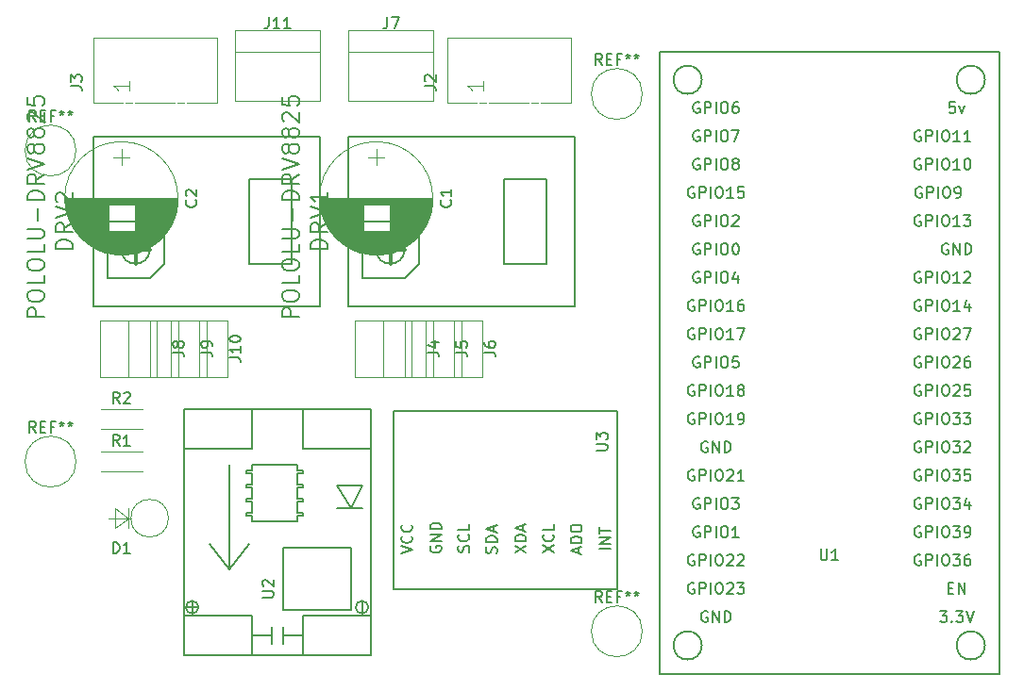
<source format=gbr>
G04 #@! TF.FileFunction,Legend,Top*
%FSLAX46Y46*%
G04 Gerber Fmt 4.6, Leading zero omitted, Abs format (unit mm)*
G04 Created by KiCad (PCBNEW 4.0.6) date 01/23/18 11:03:34*
%MOMM*%
%LPD*%
G01*
G04 APERTURE LIST*
%ADD10C,0.100000*%
%ADD11C,0.120000*%
%ADD12C,0.150000*%
%ADD13C,0.300000*%
G04 APERTURE END LIST*
D10*
D11*
X120396000Y-110490000D02*
G75*
G03X120396000Y-110490000I-2286000J0D01*
G01*
X120396000Y-138430000D02*
G75*
G03X120396000Y-138430000I-2286000J0D01*
G01*
X171196000Y-153670000D02*
G75*
G03X171196000Y-153670000I-2286000J0D01*
G01*
D12*
X149860000Y-119380000D02*
G75*
G03X149860000Y-119380000I-1270000J0D01*
G01*
X146050000Y-121920000D02*
X146050000Y-116840000D01*
X146050000Y-116840000D02*
X151130000Y-116840000D01*
X151130000Y-116840000D02*
X151130000Y-120650000D01*
X151130000Y-120650000D02*
X149860000Y-121920000D01*
X149860000Y-121920000D02*
X146050000Y-121920000D01*
D13*
X148590000Y-120650000D02*
X148590000Y-118110000D01*
X147320000Y-119380000D02*
X149860000Y-119380000D01*
D12*
X158750000Y-120650000D02*
X158750000Y-113030000D01*
X158750000Y-113030000D02*
X162560000Y-113030000D01*
X162560000Y-113030000D02*
X162560000Y-120650000D01*
X162560000Y-120650000D02*
X158750000Y-120650000D01*
X144780000Y-124460000D02*
X144780000Y-109220000D01*
X144780000Y-109220000D02*
X165100000Y-109220000D01*
X165100000Y-109220000D02*
X165100000Y-124460000D01*
X165100000Y-124460000D02*
X144780000Y-124460000D01*
X127000000Y-119380000D02*
G75*
G03X127000000Y-119380000I-1270000J0D01*
G01*
X123190000Y-121920000D02*
X123190000Y-116840000D01*
X123190000Y-116840000D02*
X128270000Y-116840000D01*
X128270000Y-116840000D02*
X128270000Y-120650000D01*
X128270000Y-120650000D02*
X127000000Y-121920000D01*
X127000000Y-121920000D02*
X123190000Y-121920000D01*
D13*
X125730000Y-120650000D02*
X125730000Y-118110000D01*
X124460000Y-119380000D02*
X127000000Y-119380000D01*
D12*
X135890000Y-120650000D02*
X135890000Y-113030000D01*
X135890000Y-113030000D02*
X139700000Y-113030000D01*
X139700000Y-113030000D02*
X139700000Y-120650000D01*
X139700000Y-120650000D02*
X135890000Y-120650000D01*
X121920000Y-124460000D02*
X121920000Y-109220000D01*
X121920000Y-109220000D02*
X142240000Y-109220000D01*
X142240000Y-109220000D02*
X142240000Y-124460000D01*
X142240000Y-124460000D02*
X121920000Y-124460000D01*
X134112000Y-148082000D02*
X132334000Y-145796000D01*
X134112000Y-138684000D02*
X134112000Y-148082000D01*
X134112000Y-148082000D02*
X135890000Y-145796000D01*
X140208000Y-143256000D02*
X140208000Y-143764000D01*
X140208000Y-143764000D02*
X136144000Y-143764000D01*
X136144000Y-143764000D02*
X136144000Y-143256000D01*
X136144000Y-143256000D02*
X135636000Y-143256000D01*
X135636000Y-143256000D02*
X135636000Y-143002000D01*
X135636000Y-143002000D02*
X136144000Y-143002000D01*
X136144000Y-143002000D02*
X136144000Y-141986000D01*
X136144000Y-141986000D02*
X135636000Y-141986000D01*
X135636000Y-141986000D02*
X135636000Y-141732000D01*
X135636000Y-141732000D02*
X136144000Y-141732000D01*
X136144000Y-141732000D02*
X136144000Y-140716000D01*
X136144000Y-140716000D02*
X135636000Y-140716000D01*
X135636000Y-140716000D02*
X135636000Y-140462000D01*
X135636000Y-140462000D02*
X136144000Y-140462000D01*
X136144000Y-140462000D02*
X136144000Y-139446000D01*
X136144000Y-139446000D02*
X135636000Y-139446000D01*
X135636000Y-139446000D02*
X135636000Y-139192000D01*
X135636000Y-139192000D02*
X136144000Y-139192000D01*
X136144000Y-139192000D02*
X136144000Y-138684000D01*
X136144000Y-138684000D02*
X136398000Y-138684000D01*
X140208000Y-141986000D02*
X140208000Y-143002000D01*
X140208000Y-140716000D02*
X140208000Y-141732000D01*
X140208000Y-139446000D02*
X140208000Y-140462000D01*
X140208000Y-143002000D02*
X140716000Y-143002000D01*
X140716000Y-143002000D02*
X140716000Y-143256000D01*
X140208000Y-141732000D02*
X140716000Y-141732000D01*
X140716000Y-141732000D02*
X140716000Y-141986000D01*
X140208000Y-140462000D02*
X140716000Y-140462000D01*
X140716000Y-140462000D02*
X140716000Y-140716000D01*
X136398000Y-138684000D02*
X140208000Y-138684000D01*
X140208000Y-138684000D02*
X140208000Y-138938000D01*
X140208000Y-138938000D02*
X140208000Y-139192000D01*
X140208000Y-139192000D02*
X140716000Y-139192000D01*
X140716000Y-139192000D02*
X140716000Y-139446000D01*
X140208000Y-143256000D02*
X140716000Y-143256000D01*
X140716000Y-141986000D02*
X140208000Y-141986000D01*
X140208000Y-140716000D02*
X140716000Y-140716000D01*
X140208000Y-139446000D02*
X140716000Y-139446000D01*
X137922000Y-154813000D02*
X137922000Y-153289000D01*
X137922000Y-153289000D02*
X137922000Y-154051000D01*
X137922000Y-154051000D02*
X136144000Y-154051000D01*
X140716000Y-154051000D02*
X138938000Y-154051000D01*
X138938000Y-154051000D02*
X138938000Y-153289000D01*
X138938000Y-153289000D02*
X138938000Y-154813000D01*
X146050000Y-142621000D02*
X143764000Y-142621000D01*
X146050000Y-140589000D02*
X143764000Y-140589000D01*
X143764000Y-140589000D02*
X145034000Y-142621000D01*
X145034000Y-142621000D02*
X146050000Y-140589000D01*
X145034000Y-151003000D02*
X145034000Y-146177000D01*
X145034000Y-146177000D02*
X138938000Y-146177000D01*
X138938000Y-146177000D02*
X138938000Y-151765000D01*
X138938000Y-151765000D02*
X145034000Y-151765000D01*
X145034000Y-151765000D02*
X145034000Y-151003000D01*
X146050000Y-151003000D02*
X146050000Y-152019000D01*
X146617961Y-151511000D02*
G75*
G03X146617961Y-151511000I-567961J0D01*
G01*
X131318000Y-151511000D02*
X130302000Y-151511000D01*
X130810000Y-151003000D02*
X130810000Y-152019000D01*
X131377961Y-151511000D02*
G75*
G03X131377961Y-151511000I-567961J0D01*
G01*
X130048000Y-152273000D02*
X136144000Y-152273000D01*
X136144000Y-152273000D02*
X136144000Y-155829000D01*
X140716000Y-155829000D02*
X140716000Y-152273000D01*
X140716000Y-152273000D02*
X146812000Y-152273000D01*
X136144000Y-133731000D02*
X136144000Y-137287000D01*
X136144000Y-137287000D02*
X130048000Y-137287000D01*
X146812000Y-137287000D02*
X140716000Y-137287000D01*
X140716000Y-137287000D02*
X140716000Y-133731000D01*
X146812000Y-133731000D02*
X146812000Y-155829000D01*
X146812000Y-155829000D02*
X130048000Y-155829000D01*
X130048000Y-155829000D02*
X130048000Y-133731000D01*
X130048000Y-133731000D02*
X146812000Y-133731000D01*
X176530000Y-104140000D02*
G75*
G03X176530000Y-104140000I-1270000J0D01*
G01*
X201930000Y-104140000D02*
G75*
G03X201930000Y-104140000I-1270000J0D01*
G01*
X176530000Y-154940000D02*
G75*
G03X176530000Y-154940000I-1270000J0D01*
G01*
X201930000Y-154940000D02*
G75*
G03X201930000Y-154940000I-1270000J0D01*
G01*
X203200000Y-156210000D02*
X203200000Y-157480000D01*
X203200000Y-157480000D02*
X172720000Y-157480000D01*
X172720000Y-157480000D02*
X172720000Y-156210000D01*
X203200000Y-102870000D02*
X203200000Y-101600000D01*
X203200000Y-101600000D02*
X172720000Y-101600000D01*
X172720000Y-101600000D02*
X172720000Y-102870000D01*
X203200000Y-102870000D02*
X203200000Y-156210000D01*
X172720000Y-156210000D02*
X172720000Y-102870000D01*
X168910000Y-149860000D02*
X148910000Y-149860000D01*
X148910000Y-149860000D02*
X148910000Y-133860000D01*
X148910000Y-133860000D02*
X168910000Y-133860000D01*
X168910000Y-133860000D02*
X168910000Y-149860000D01*
D11*
X122600000Y-137570000D02*
X126320000Y-137570000D01*
X122600000Y-139290000D02*
X126320000Y-139290000D01*
X122600000Y-133760000D02*
X126320000Y-133760000D01*
X122600000Y-135480000D02*
X126320000Y-135480000D01*
X161210000Y-106170000D02*
X161810000Y-106170000D01*
X156610000Y-106170000D02*
X157210000Y-106170000D01*
X153710000Y-100320000D02*
X164760000Y-100320000D01*
X153710000Y-106170000D02*
X153710000Y-100320000D01*
X157460000Y-106170000D02*
X160960000Y-106170000D01*
X164760000Y-106170000D02*
X164760000Y-100320000D01*
X153710000Y-106170000D02*
X156360000Y-106170000D01*
X162110000Y-106170000D02*
X164760000Y-106170000D01*
X129460000Y-106170000D02*
X130060000Y-106170000D01*
X124860000Y-106170000D02*
X125460000Y-106170000D01*
X121960000Y-100320000D02*
X133010000Y-100320000D01*
X121960000Y-106170000D02*
X121960000Y-100320000D01*
X125710000Y-106170000D02*
X129210000Y-106170000D01*
X133010000Y-106170000D02*
X133010000Y-100320000D01*
X121960000Y-106170000D02*
X124610000Y-106170000D01*
X130360000Y-106170000D02*
X133010000Y-106170000D01*
X149860000Y-130810000D02*
X149860000Y-125730000D01*
X145420000Y-130810000D02*
X145420000Y-125730000D01*
X151760000Y-125730000D02*
X151760000Y-130810000D01*
X151760000Y-125730000D02*
X145420000Y-125730000D01*
X151760000Y-130810000D02*
X145420000Y-130810000D01*
X152400000Y-130810000D02*
X152400000Y-125730000D01*
X147960000Y-130810000D02*
X147960000Y-125730000D01*
X154300000Y-125730000D02*
X154300000Y-130810000D01*
X154300000Y-125730000D02*
X147960000Y-125730000D01*
X154300000Y-130810000D02*
X147960000Y-130810000D01*
X154940000Y-130810000D02*
X154940000Y-125730000D01*
X150500000Y-130810000D02*
X150500000Y-125730000D01*
X156840000Y-125730000D02*
X156840000Y-130810000D01*
X156840000Y-125730000D02*
X150500000Y-125730000D01*
X156840000Y-130810000D02*
X150500000Y-130810000D01*
X144780000Y-99700000D02*
X144780000Y-106040000D01*
X152400000Y-99700000D02*
X152400000Y-106040000D01*
X152400000Y-101600000D02*
X144780000Y-101600000D01*
X144780000Y-99700000D02*
X152400000Y-99700000D01*
X152400000Y-106040000D02*
X144780000Y-106040000D01*
X127000000Y-130810000D02*
X127000000Y-125730000D01*
X122560000Y-130810000D02*
X122560000Y-125730000D01*
X128900000Y-125730000D02*
X128900000Y-130810000D01*
X128900000Y-125730000D02*
X122560000Y-125730000D01*
X128900000Y-130810000D02*
X122560000Y-130810000D01*
X129540000Y-130810000D02*
X129540000Y-125730000D01*
X125100000Y-130810000D02*
X125100000Y-125730000D01*
X131440000Y-125730000D02*
X131440000Y-130810000D01*
X131440000Y-125730000D02*
X125100000Y-125730000D01*
X131440000Y-130810000D02*
X125100000Y-130810000D01*
X132080000Y-130810000D02*
X132080000Y-125730000D01*
X127640000Y-130810000D02*
X127640000Y-125730000D01*
X133980000Y-125730000D02*
X133980000Y-130810000D01*
X133980000Y-125730000D02*
X127640000Y-125730000D01*
X133980000Y-130810000D02*
X127640000Y-130810000D01*
X134620000Y-99700000D02*
X134620000Y-106040000D01*
X142240000Y-99700000D02*
X142240000Y-106040000D01*
X142240000Y-101600000D02*
X134620000Y-101600000D01*
X134620000Y-99700000D02*
X142240000Y-99700000D01*
X142240000Y-106040000D02*
X134620000Y-106040000D01*
X125309365Y-143510000D02*
X123320000Y-143510000D01*
X125052667Y-144399000D02*
X125052667Y-142621000D01*
X125052667Y-143510000D02*
X123867333Y-144399000D01*
X123867333Y-144399000D02*
X123867333Y-142621000D01*
X123867333Y-142621000D02*
X125052667Y-143510000D01*
X128690635Y-143510000D02*
G75*
G03X128690635Y-143510000I-1690635J0D01*
G01*
X152410000Y-114780000D02*
G75*
G03X152410000Y-114780000I-5090000J0D01*
G01*
X152370000Y-114780000D02*
X142270000Y-114780000D01*
X152370000Y-114820000D02*
X142270000Y-114820000D01*
X152370000Y-114860000D02*
X142270000Y-114860000D01*
X152369000Y-114900000D02*
X142271000Y-114900000D01*
X152368000Y-114940000D02*
X142272000Y-114940000D01*
X152367000Y-114980000D02*
X142273000Y-114980000D01*
X152365000Y-115020000D02*
X142275000Y-115020000D01*
X152363000Y-115060000D02*
X142277000Y-115060000D01*
X152360000Y-115100000D02*
X142280000Y-115100000D01*
X152358000Y-115140000D02*
X142282000Y-115140000D01*
X152355000Y-115180000D02*
X142285000Y-115180000D01*
X152351000Y-115220000D02*
X142289000Y-115220000D01*
X152348000Y-115260000D02*
X142292000Y-115260000D01*
X152344000Y-115300000D02*
X142296000Y-115300000D01*
X152340000Y-115340000D02*
X142300000Y-115340000D01*
X152335000Y-115380000D02*
X148501000Y-115380000D01*
X146139000Y-115380000D02*
X142305000Y-115380000D01*
X152330000Y-115420000D02*
X148501000Y-115420000D01*
X146139000Y-115420000D02*
X142310000Y-115420000D01*
X152325000Y-115460000D02*
X148501000Y-115460000D01*
X146139000Y-115460000D02*
X142315000Y-115460000D01*
X152319000Y-115501000D02*
X148501000Y-115501000D01*
X146139000Y-115501000D02*
X142321000Y-115501000D01*
X152313000Y-115541000D02*
X148501000Y-115541000D01*
X146139000Y-115541000D02*
X142327000Y-115541000D01*
X152307000Y-115581000D02*
X148501000Y-115581000D01*
X146139000Y-115581000D02*
X142333000Y-115581000D01*
X152301000Y-115621000D02*
X148501000Y-115621000D01*
X146139000Y-115621000D02*
X142339000Y-115621000D01*
X152294000Y-115661000D02*
X148501000Y-115661000D01*
X146139000Y-115661000D02*
X142346000Y-115661000D01*
X152287000Y-115701000D02*
X148501000Y-115701000D01*
X146139000Y-115701000D02*
X142353000Y-115701000D01*
X152279000Y-115741000D02*
X148501000Y-115741000D01*
X146139000Y-115741000D02*
X142361000Y-115741000D01*
X152271000Y-115781000D02*
X148501000Y-115781000D01*
X146139000Y-115781000D02*
X142369000Y-115781000D01*
X152263000Y-115821000D02*
X148501000Y-115821000D01*
X146139000Y-115821000D02*
X142377000Y-115821000D01*
X152255000Y-115861000D02*
X148501000Y-115861000D01*
X146139000Y-115861000D02*
X142385000Y-115861000D01*
X152246000Y-115901000D02*
X148501000Y-115901000D01*
X146139000Y-115901000D02*
X142394000Y-115901000D01*
X152237000Y-115941000D02*
X148501000Y-115941000D01*
X146139000Y-115941000D02*
X142403000Y-115941000D01*
X152227000Y-115981000D02*
X148501000Y-115981000D01*
X146139000Y-115981000D02*
X142413000Y-115981000D01*
X152217000Y-116021000D02*
X148501000Y-116021000D01*
X146139000Y-116021000D02*
X142423000Y-116021000D01*
X152207000Y-116061000D02*
X148501000Y-116061000D01*
X146139000Y-116061000D02*
X142433000Y-116061000D01*
X152196000Y-116101000D02*
X148501000Y-116101000D01*
X146139000Y-116101000D02*
X142444000Y-116101000D01*
X152185000Y-116141000D02*
X148501000Y-116141000D01*
X146139000Y-116141000D02*
X142455000Y-116141000D01*
X152174000Y-116181000D02*
X148501000Y-116181000D01*
X146139000Y-116181000D02*
X142466000Y-116181000D01*
X152163000Y-116221000D02*
X148501000Y-116221000D01*
X146139000Y-116221000D02*
X142477000Y-116221000D01*
X152151000Y-116261000D02*
X148501000Y-116261000D01*
X146139000Y-116261000D02*
X142489000Y-116261000D01*
X152138000Y-116301000D02*
X148501000Y-116301000D01*
X146139000Y-116301000D02*
X142502000Y-116301000D01*
X152126000Y-116341000D02*
X148501000Y-116341000D01*
X146139000Y-116341000D02*
X142514000Y-116341000D01*
X152112000Y-116381000D02*
X148501000Y-116381000D01*
X146139000Y-116381000D02*
X142528000Y-116381000D01*
X152099000Y-116421000D02*
X148501000Y-116421000D01*
X146139000Y-116421000D02*
X142541000Y-116421000D01*
X152085000Y-116461000D02*
X148501000Y-116461000D01*
X146139000Y-116461000D02*
X142555000Y-116461000D01*
X152071000Y-116501000D02*
X148501000Y-116501000D01*
X146139000Y-116501000D02*
X142569000Y-116501000D01*
X152057000Y-116541000D02*
X148501000Y-116541000D01*
X146139000Y-116541000D02*
X142583000Y-116541000D01*
X152042000Y-116581000D02*
X148501000Y-116581000D01*
X146139000Y-116581000D02*
X142598000Y-116581000D01*
X152026000Y-116621000D02*
X148501000Y-116621000D01*
X146139000Y-116621000D02*
X142614000Y-116621000D01*
X152011000Y-116661000D02*
X148501000Y-116661000D01*
X146139000Y-116661000D02*
X142629000Y-116661000D01*
X151994000Y-116701000D02*
X148501000Y-116701000D01*
X146139000Y-116701000D02*
X142646000Y-116701000D01*
X151978000Y-116741000D02*
X148501000Y-116741000D01*
X146139000Y-116741000D02*
X142662000Y-116741000D01*
X151961000Y-116781000D02*
X148501000Y-116781000D01*
X146139000Y-116781000D02*
X142679000Y-116781000D01*
X151944000Y-116821000D02*
X148501000Y-116821000D01*
X146139000Y-116821000D02*
X142696000Y-116821000D01*
X151926000Y-116861000D02*
X148501000Y-116861000D01*
X146139000Y-116861000D02*
X142714000Y-116861000D01*
X151908000Y-116901000D02*
X148501000Y-116901000D01*
X146139000Y-116901000D02*
X142732000Y-116901000D01*
X151889000Y-116941000D02*
X148501000Y-116941000D01*
X146139000Y-116941000D02*
X142751000Y-116941000D01*
X151870000Y-116981000D02*
X148501000Y-116981000D01*
X146139000Y-116981000D02*
X142770000Y-116981000D01*
X151851000Y-117021000D02*
X148501000Y-117021000D01*
X146139000Y-117021000D02*
X142789000Y-117021000D01*
X151831000Y-117061000D02*
X148501000Y-117061000D01*
X146139000Y-117061000D02*
X142809000Y-117061000D01*
X151811000Y-117101000D02*
X148501000Y-117101000D01*
X146139000Y-117101000D02*
X142829000Y-117101000D01*
X151790000Y-117141000D02*
X148501000Y-117141000D01*
X146139000Y-117141000D02*
X142850000Y-117141000D01*
X151769000Y-117181000D02*
X148501000Y-117181000D01*
X146139000Y-117181000D02*
X142871000Y-117181000D01*
X151748000Y-117221000D02*
X148501000Y-117221000D01*
X146139000Y-117221000D02*
X142892000Y-117221000D01*
X151725000Y-117261000D02*
X148501000Y-117261000D01*
X146139000Y-117261000D02*
X142915000Y-117261000D01*
X151703000Y-117301000D02*
X148501000Y-117301000D01*
X146139000Y-117301000D02*
X142937000Y-117301000D01*
X151680000Y-117341000D02*
X148501000Y-117341000D01*
X146139000Y-117341000D02*
X142960000Y-117341000D01*
X151656000Y-117381000D02*
X148501000Y-117381000D01*
X146139000Y-117381000D02*
X142984000Y-117381000D01*
X151632000Y-117421000D02*
X148501000Y-117421000D01*
X146139000Y-117421000D02*
X143008000Y-117421000D01*
X151608000Y-117461000D02*
X148501000Y-117461000D01*
X146139000Y-117461000D02*
X143032000Y-117461000D01*
X151583000Y-117501000D02*
X148501000Y-117501000D01*
X146139000Y-117501000D02*
X143057000Y-117501000D01*
X151557000Y-117541000D02*
X148501000Y-117541000D01*
X146139000Y-117541000D02*
X143083000Y-117541000D01*
X151531000Y-117581000D02*
X148501000Y-117581000D01*
X146139000Y-117581000D02*
X143109000Y-117581000D01*
X151505000Y-117621000D02*
X148501000Y-117621000D01*
X146139000Y-117621000D02*
X143135000Y-117621000D01*
X151477000Y-117661000D02*
X148501000Y-117661000D01*
X146139000Y-117661000D02*
X143163000Y-117661000D01*
X151450000Y-117701000D02*
X148501000Y-117701000D01*
X146139000Y-117701000D02*
X143190000Y-117701000D01*
X151421000Y-117741000D02*
X143219000Y-117741000D01*
X151392000Y-117781000D02*
X143248000Y-117781000D01*
X151363000Y-117821000D02*
X143277000Y-117821000D01*
X151333000Y-117861000D02*
X143307000Y-117861000D01*
X151302000Y-117901000D02*
X143338000Y-117901000D01*
X151271000Y-117941000D02*
X143369000Y-117941000D01*
X151239000Y-117981000D02*
X143401000Y-117981000D01*
X151206000Y-118021000D02*
X143434000Y-118021000D01*
X151173000Y-118061000D02*
X143467000Y-118061000D01*
X151139000Y-118101000D02*
X143501000Y-118101000D01*
X151104000Y-118141000D02*
X143536000Y-118141000D01*
X151068000Y-118181000D02*
X143572000Y-118181000D01*
X151032000Y-118221000D02*
X143608000Y-118221000D01*
X150995000Y-118261000D02*
X143645000Y-118261000D01*
X150957000Y-118301000D02*
X143683000Y-118301000D01*
X150918000Y-118341000D02*
X143722000Y-118341000D01*
X150879000Y-118381000D02*
X143761000Y-118381000D01*
X150838000Y-118421000D02*
X143802000Y-118421000D01*
X150797000Y-118461000D02*
X143843000Y-118461000D01*
X150755000Y-118501000D02*
X143885000Y-118501000D01*
X150711000Y-118541000D02*
X143929000Y-118541000D01*
X150667000Y-118581000D02*
X143973000Y-118581000D01*
X150622000Y-118621000D02*
X144018000Y-118621000D01*
X150575000Y-118661000D02*
X144065000Y-118661000D01*
X150527000Y-118701000D02*
X144113000Y-118701000D01*
X150478000Y-118741000D02*
X144162000Y-118741000D01*
X150428000Y-118781000D02*
X144212000Y-118781000D01*
X150377000Y-118821000D02*
X144263000Y-118821000D01*
X150324000Y-118861000D02*
X144316000Y-118861000D01*
X150269000Y-118901000D02*
X144371000Y-118901000D01*
X150214000Y-118941000D02*
X144426000Y-118941000D01*
X150156000Y-118981000D02*
X144484000Y-118981000D01*
X150097000Y-119021000D02*
X144543000Y-119021000D01*
X150035000Y-119061000D02*
X144605000Y-119061000D01*
X149972000Y-119101000D02*
X144668000Y-119101000D01*
X149907000Y-119141000D02*
X144733000Y-119141000D01*
X149839000Y-119181000D02*
X144801000Y-119181000D01*
X149769000Y-119221000D02*
X144871000Y-119221000D01*
X149697000Y-119261000D02*
X144943000Y-119261000D01*
X149621000Y-119301000D02*
X145019000Y-119301000D01*
X149542000Y-119341000D02*
X145098000Y-119341000D01*
X149460000Y-119381000D02*
X145180000Y-119381000D01*
X149373000Y-119421000D02*
X145267000Y-119421000D01*
X149282000Y-119461000D02*
X145358000Y-119461000D01*
X149186000Y-119501000D02*
X145454000Y-119501000D01*
X149083000Y-119541000D02*
X145557000Y-119541000D01*
X148974000Y-119581000D02*
X145666000Y-119581000D01*
X148856000Y-119621000D02*
X145784000Y-119621000D01*
X148727000Y-119661000D02*
X145913000Y-119661000D01*
X148585000Y-119701000D02*
X146055000Y-119701000D01*
X148424000Y-119741000D02*
X146216000Y-119741000D01*
X148233000Y-119781000D02*
X146407000Y-119781000D01*
X147992000Y-119821000D02*
X146648000Y-119821000D01*
X147599000Y-119861000D02*
X147041000Y-119861000D01*
X147320000Y-110330000D02*
X147320000Y-111830000D01*
X148070000Y-111080000D02*
X146570000Y-111080000D01*
X129550000Y-114780000D02*
G75*
G03X129550000Y-114780000I-5090000J0D01*
G01*
X129510000Y-114780000D02*
X119410000Y-114780000D01*
X129510000Y-114820000D02*
X119410000Y-114820000D01*
X129510000Y-114860000D02*
X119410000Y-114860000D01*
X129509000Y-114900000D02*
X119411000Y-114900000D01*
X129508000Y-114940000D02*
X119412000Y-114940000D01*
X129507000Y-114980000D02*
X119413000Y-114980000D01*
X129505000Y-115020000D02*
X119415000Y-115020000D01*
X129503000Y-115060000D02*
X119417000Y-115060000D01*
X129500000Y-115100000D02*
X119420000Y-115100000D01*
X129498000Y-115140000D02*
X119422000Y-115140000D01*
X129495000Y-115180000D02*
X119425000Y-115180000D01*
X129491000Y-115220000D02*
X119429000Y-115220000D01*
X129488000Y-115260000D02*
X119432000Y-115260000D01*
X129484000Y-115300000D02*
X119436000Y-115300000D01*
X129480000Y-115340000D02*
X119440000Y-115340000D01*
X129475000Y-115380000D02*
X125641000Y-115380000D01*
X123279000Y-115380000D02*
X119445000Y-115380000D01*
X129470000Y-115420000D02*
X125641000Y-115420000D01*
X123279000Y-115420000D02*
X119450000Y-115420000D01*
X129465000Y-115460000D02*
X125641000Y-115460000D01*
X123279000Y-115460000D02*
X119455000Y-115460000D01*
X129459000Y-115501000D02*
X125641000Y-115501000D01*
X123279000Y-115501000D02*
X119461000Y-115501000D01*
X129453000Y-115541000D02*
X125641000Y-115541000D01*
X123279000Y-115541000D02*
X119467000Y-115541000D01*
X129447000Y-115581000D02*
X125641000Y-115581000D01*
X123279000Y-115581000D02*
X119473000Y-115581000D01*
X129441000Y-115621000D02*
X125641000Y-115621000D01*
X123279000Y-115621000D02*
X119479000Y-115621000D01*
X129434000Y-115661000D02*
X125641000Y-115661000D01*
X123279000Y-115661000D02*
X119486000Y-115661000D01*
X129427000Y-115701000D02*
X125641000Y-115701000D01*
X123279000Y-115701000D02*
X119493000Y-115701000D01*
X129419000Y-115741000D02*
X125641000Y-115741000D01*
X123279000Y-115741000D02*
X119501000Y-115741000D01*
X129411000Y-115781000D02*
X125641000Y-115781000D01*
X123279000Y-115781000D02*
X119509000Y-115781000D01*
X129403000Y-115821000D02*
X125641000Y-115821000D01*
X123279000Y-115821000D02*
X119517000Y-115821000D01*
X129395000Y-115861000D02*
X125641000Y-115861000D01*
X123279000Y-115861000D02*
X119525000Y-115861000D01*
X129386000Y-115901000D02*
X125641000Y-115901000D01*
X123279000Y-115901000D02*
X119534000Y-115901000D01*
X129377000Y-115941000D02*
X125641000Y-115941000D01*
X123279000Y-115941000D02*
X119543000Y-115941000D01*
X129367000Y-115981000D02*
X125641000Y-115981000D01*
X123279000Y-115981000D02*
X119553000Y-115981000D01*
X129357000Y-116021000D02*
X125641000Y-116021000D01*
X123279000Y-116021000D02*
X119563000Y-116021000D01*
X129347000Y-116061000D02*
X125641000Y-116061000D01*
X123279000Y-116061000D02*
X119573000Y-116061000D01*
X129336000Y-116101000D02*
X125641000Y-116101000D01*
X123279000Y-116101000D02*
X119584000Y-116101000D01*
X129325000Y-116141000D02*
X125641000Y-116141000D01*
X123279000Y-116141000D02*
X119595000Y-116141000D01*
X129314000Y-116181000D02*
X125641000Y-116181000D01*
X123279000Y-116181000D02*
X119606000Y-116181000D01*
X129303000Y-116221000D02*
X125641000Y-116221000D01*
X123279000Y-116221000D02*
X119617000Y-116221000D01*
X129291000Y-116261000D02*
X125641000Y-116261000D01*
X123279000Y-116261000D02*
X119629000Y-116261000D01*
X129278000Y-116301000D02*
X125641000Y-116301000D01*
X123279000Y-116301000D02*
X119642000Y-116301000D01*
X129266000Y-116341000D02*
X125641000Y-116341000D01*
X123279000Y-116341000D02*
X119654000Y-116341000D01*
X129252000Y-116381000D02*
X125641000Y-116381000D01*
X123279000Y-116381000D02*
X119668000Y-116381000D01*
X129239000Y-116421000D02*
X125641000Y-116421000D01*
X123279000Y-116421000D02*
X119681000Y-116421000D01*
X129225000Y-116461000D02*
X125641000Y-116461000D01*
X123279000Y-116461000D02*
X119695000Y-116461000D01*
X129211000Y-116501000D02*
X125641000Y-116501000D01*
X123279000Y-116501000D02*
X119709000Y-116501000D01*
X129197000Y-116541000D02*
X125641000Y-116541000D01*
X123279000Y-116541000D02*
X119723000Y-116541000D01*
X129182000Y-116581000D02*
X125641000Y-116581000D01*
X123279000Y-116581000D02*
X119738000Y-116581000D01*
X129166000Y-116621000D02*
X125641000Y-116621000D01*
X123279000Y-116621000D02*
X119754000Y-116621000D01*
X129151000Y-116661000D02*
X125641000Y-116661000D01*
X123279000Y-116661000D02*
X119769000Y-116661000D01*
X129134000Y-116701000D02*
X125641000Y-116701000D01*
X123279000Y-116701000D02*
X119786000Y-116701000D01*
X129118000Y-116741000D02*
X125641000Y-116741000D01*
X123279000Y-116741000D02*
X119802000Y-116741000D01*
X129101000Y-116781000D02*
X125641000Y-116781000D01*
X123279000Y-116781000D02*
X119819000Y-116781000D01*
X129084000Y-116821000D02*
X125641000Y-116821000D01*
X123279000Y-116821000D02*
X119836000Y-116821000D01*
X129066000Y-116861000D02*
X125641000Y-116861000D01*
X123279000Y-116861000D02*
X119854000Y-116861000D01*
X129048000Y-116901000D02*
X125641000Y-116901000D01*
X123279000Y-116901000D02*
X119872000Y-116901000D01*
X129029000Y-116941000D02*
X125641000Y-116941000D01*
X123279000Y-116941000D02*
X119891000Y-116941000D01*
X129010000Y-116981000D02*
X125641000Y-116981000D01*
X123279000Y-116981000D02*
X119910000Y-116981000D01*
X128991000Y-117021000D02*
X125641000Y-117021000D01*
X123279000Y-117021000D02*
X119929000Y-117021000D01*
X128971000Y-117061000D02*
X125641000Y-117061000D01*
X123279000Y-117061000D02*
X119949000Y-117061000D01*
X128951000Y-117101000D02*
X125641000Y-117101000D01*
X123279000Y-117101000D02*
X119969000Y-117101000D01*
X128930000Y-117141000D02*
X125641000Y-117141000D01*
X123279000Y-117141000D02*
X119990000Y-117141000D01*
X128909000Y-117181000D02*
X125641000Y-117181000D01*
X123279000Y-117181000D02*
X120011000Y-117181000D01*
X128888000Y-117221000D02*
X125641000Y-117221000D01*
X123279000Y-117221000D02*
X120032000Y-117221000D01*
X128865000Y-117261000D02*
X125641000Y-117261000D01*
X123279000Y-117261000D02*
X120055000Y-117261000D01*
X128843000Y-117301000D02*
X125641000Y-117301000D01*
X123279000Y-117301000D02*
X120077000Y-117301000D01*
X128820000Y-117341000D02*
X125641000Y-117341000D01*
X123279000Y-117341000D02*
X120100000Y-117341000D01*
X128796000Y-117381000D02*
X125641000Y-117381000D01*
X123279000Y-117381000D02*
X120124000Y-117381000D01*
X128772000Y-117421000D02*
X125641000Y-117421000D01*
X123279000Y-117421000D02*
X120148000Y-117421000D01*
X128748000Y-117461000D02*
X125641000Y-117461000D01*
X123279000Y-117461000D02*
X120172000Y-117461000D01*
X128723000Y-117501000D02*
X125641000Y-117501000D01*
X123279000Y-117501000D02*
X120197000Y-117501000D01*
X128697000Y-117541000D02*
X125641000Y-117541000D01*
X123279000Y-117541000D02*
X120223000Y-117541000D01*
X128671000Y-117581000D02*
X125641000Y-117581000D01*
X123279000Y-117581000D02*
X120249000Y-117581000D01*
X128645000Y-117621000D02*
X125641000Y-117621000D01*
X123279000Y-117621000D02*
X120275000Y-117621000D01*
X128617000Y-117661000D02*
X125641000Y-117661000D01*
X123279000Y-117661000D02*
X120303000Y-117661000D01*
X128590000Y-117701000D02*
X125641000Y-117701000D01*
X123279000Y-117701000D02*
X120330000Y-117701000D01*
X128561000Y-117741000D02*
X120359000Y-117741000D01*
X128532000Y-117781000D02*
X120388000Y-117781000D01*
X128503000Y-117821000D02*
X120417000Y-117821000D01*
X128473000Y-117861000D02*
X120447000Y-117861000D01*
X128442000Y-117901000D02*
X120478000Y-117901000D01*
X128411000Y-117941000D02*
X120509000Y-117941000D01*
X128379000Y-117981000D02*
X120541000Y-117981000D01*
X128346000Y-118021000D02*
X120574000Y-118021000D01*
X128313000Y-118061000D02*
X120607000Y-118061000D01*
X128279000Y-118101000D02*
X120641000Y-118101000D01*
X128244000Y-118141000D02*
X120676000Y-118141000D01*
X128208000Y-118181000D02*
X120712000Y-118181000D01*
X128172000Y-118221000D02*
X120748000Y-118221000D01*
X128135000Y-118261000D02*
X120785000Y-118261000D01*
X128097000Y-118301000D02*
X120823000Y-118301000D01*
X128058000Y-118341000D02*
X120862000Y-118341000D01*
X128019000Y-118381000D02*
X120901000Y-118381000D01*
X127978000Y-118421000D02*
X120942000Y-118421000D01*
X127937000Y-118461000D02*
X120983000Y-118461000D01*
X127895000Y-118501000D02*
X121025000Y-118501000D01*
X127851000Y-118541000D02*
X121069000Y-118541000D01*
X127807000Y-118581000D02*
X121113000Y-118581000D01*
X127762000Y-118621000D02*
X121158000Y-118621000D01*
X127715000Y-118661000D02*
X121205000Y-118661000D01*
X127667000Y-118701000D02*
X121253000Y-118701000D01*
X127618000Y-118741000D02*
X121302000Y-118741000D01*
X127568000Y-118781000D02*
X121352000Y-118781000D01*
X127517000Y-118821000D02*
X121403000Y-118821000D01*
X127464000Y-118861000D02*
X121456000Y-118861000D01*
X127409000Y-118901000D02*
X121511000Y-118901000D01*
X127354000Y-118941000D02*
X121566000Y-118941000D01*
X127296000Y-118981000D02*
X121624000Y-118981000D01*
X127237000Y-119021000D02*
X121683000Y-119021000D01*
X127175000Y-119061000D02*
X121745000Y-119061000D01*
X127112000Y-119101000D02*
X121808000Y-119101000D01*
X127047000Y-119141000D02*
X121873000Y-119141000D01*
X126979000Y-119181000D02*
X121941000Y-119181000D01*
X126909000Y-119221000D02*
X122011000Y-119221000D01*
X126837000Y-119261000D02*
X122083000Y-119261000D01*
X126761000Y-119301000D02*
X122159000Y-119301000D01*
X126682000Y-119341000D02*
X122238000Y-119341000D01*
X126600000Y-119381000D02*
X122320000Y-119381000D01*
X126513000Y-119421000D02*
X122407000Y-119421000D01*
X126422000Y-119461000D02*
X122498000Y-119461000D01*
X126326000Y-119501000D02*
X122594000Y-119501000D01*
X126223000Y-119541000D02*
X122697000Y-119541000D01*
X126114000Y-119581000D02*
X122806000Y-119581000D01*
X125996000Y-119621000D02*
X122924000Y-119621000D01*
X125867000Y-119661000D02*
X123053000Y-119661000D01*
X125725000Y-119701000D02*
X123195000Y-119701000D01*
X125564000Y-119741000D02*
X123356000Y-119741000D01*
X125373000Y-119781000D02*
X123547000Y-119781000D01*
X125132000Y-119821000D02*
X123788000Y-119821000D01*
X124739000Y-119861000D02*
X124181000Y-119861000D01*
X124460000Y-110330000D02*
X124460000Y-111830000D01*
X125210000Y-111080000D02*
X123710000Y-111080000D01*
X171196000Y-105410000D02*
G75*
G03X171196000Y-105410000I-2286000J0D01*
G01*
D12*
X116776667Y-107894381D02*
X116443333Y-107418190D01*
X116205238Y-107894381D02*
X116205238Y-106894381D01*
X116586191Y-106894381D01*
X116681429Y-106942000D01*
X116729048Y-106989619D01*
X116776667Y-107084857D01*
X116776667Y-107227714D01*
X116729048Y-107322952D01*
X116681429Y-107370571D01*
X116586191Y-107418190D01*
X116205238Y-107418190D01*
X117205238Y-107370571D02*
X117538572Y-107370571D01*
X117681429Y-107894381D02*
X117205238Y-107894381D01*
X117205238Y-106894381D01*
X117681429Y-106894381D01*
X118443334Y-107370571D02*
X118110000Y-107370571D01*
X118110000Y-107894381D02*
X118110000Y-106894381D01*
X118586191Y-106894381D01*
X119110000Y-106894381D02*
X119110000Y-107132476D01*
X118871905Y-107037238D02*
X119110000Y-107132476D01*
X119348096Y-107037238D01*
X118967143Y-107322952D02*
X119110000Y-107132476D01*
X119252858Y-107322952D01*
X119871905Y-106894381D02*
X119871905Y-107132476D01*
X119633810Y-107037238D02*
X119871905Y-107132476D01*
X120110001Y-107037238D01*
X119729048Y-107322952D02*
X119871905Y-107132476D01*
X120014763Y-107322952D01*
X116776667Y-135834381D02*
X116443333Y-135358190D01*
X116205238Y-135834381D02*
X116205238Y-134834381D01*
X116586191Y-134834381D01*
X116681429Y-134882000D01*
X116729048Y-134929619D01*
X116776667Y-135024857D01*
X116776667Y-135167714D01*
X116729048Y-135262952D01*
X116681429Y-135310571D01*
X116586191Y-135358190D01*
X116205238Y-135358190D01*
X117205238Y-135310571D02*
X117538572Y-135310571D01*
X117681429Y-135834381D02*
X117205238Y-135834381D01*
X117205238Y-134834381D01*
X117681429Y-134834381D01*
X118443334Y-135310571D02*
X118110000Y-135310571D01*
X118110000Y-135834381D02*
X118110000Y-134834381D01*
X118586191Y-134834381D01*
X119110000Y-134834381D02*
X119110000Y-135072476D01*
X118871905Y-134977238D02*
X119110000Y-135072476D01*
X119348096Y-134977238D01*
X118967143Y-135262952D02*
X119110000Y-135072476D01*
X119252858Y-135262952D01*
X119871905Y-134834381D02*
X119871905Y-135072476D01*
X119633810Y-134977238D02*
X119871905Y-135072476D01*
X120110001Y-134977238D01*
X119729048Y-135262952D02*
X119871905Y-135072476D01*
X120014763Y-135262952D01*
X167576667Y-151074381D02*
X167243333Y-150598190D01*
X167005238Y-151074381D02*
X167005238Y-150074381D01*
X167386191Y-150074381D01*
X167481429Y-150122000D01*
X167529048Y-150169619D01*
X167576667Y-150264857D01*
X167576667Y-150407714D01*
X167529048Y-150502952D01*
X167481429Y-150550571D01*
X167386191Y-150598190D01*
X167005238Y-150598190D01*
X168005238Y-150550571D02*
X168338572Y-150550571D01*
X168481429Y-151074381D02*
X168005238Y-151074381D01*
X168005238Y-150074381D01*
X168481429Y-150074381D01*
X169243334Y-150550571D02*
X168910000Y-150550571D01*
X168910000Y-151074381D02*
X168910000Y-150074381D01*
X169386191Y-150074381D01*
X169910000Y-150074381D02*
X169910000Y-150312476D01*
X169671905Y-150217238D02*
X169910000Y-150312476D01*
X170148096Y-150217238D01*
X169767143Y-150502952D02*
X169910000Y-150312476D01*
X170052858Y-150502952D01*
X170671905Y-150074381D02*
X170671905Y-150312476D01*
X170433810Y-150217238D02*
X170671905Y-150312476D01*
X170910001Y-150217238D01*
X170529048Y-150502952D02*
X170671905Y-150312476D01*
X170814763Y-150502952D01*
X142918571Y-119339999D02*
X141418571Y-119339999D01*
X141418571Y-118982856D01*
X141490000Y-118768571D01*
X141632857Y-118625713D01*
X141775714Y-118554285D01*
X142061429Y-118482856D01*
X142275714Y-118482856D01*
X142561429Y-118554285D01*
X142704286Y-118625713D01*
X142847143Y-118768571D01*
X142918571Y-118982856D01*
X142918571Y-119339999D01*
X142918571Y-116982856D02*
X142204286Y-117482856D01*
X142918571Y-117839999D02*
X141418571Y-117839999D01*
X141418571Y-117268571D01*
X141490000Y-117125713D01*
X141561429Y-117054285D01*
X141704286Y-116982856D01*
X141918571Y-116982856D01*
X142061429Y-117054285D01*
X142132857Y-117125713D01*
X142204286Y-117268571D01*
X142204286Y-117839999D01*
X141418571Y-116554285D02*
X142918571Y-116054285D01*
X141418571Y-115554285D01*
X142918571Y-114268571D02*
X142918571Y-115125714D01*
X142918571Y-114697142D02*
X141418571Y-114697142D01*
X141632857Y-114839999D01*
X141775714Y-114982857D01*
X141847143Y-115125714D01*
X140378571Y-125462857D02*
X138878571Y-125462857D01*
X138878571Y-124891429D01*
X138950000Y-124748571D01*
X139021429Y-124677143D01*
X139164286Y-124605714D01*
X139378571Y-124605714D01*
X139521429Y-124677143D01*
X139592857Y-124748571D01*
X139664286Y-124891429D01*
X139664286Y-125462857D01*
X138878571Y-123677143D02*
X138878571Y-123391429D01*
X138950000Y-123248571D01*
X139092857Y-123105714D01*
X139378571Y-123034286D01*
X139878571Y-123034286D01*
X140164286Y-123105714D01*
X140307143Y-123248571D01*
X140378571Y-123391429D01*
X140378571Y-123677143D01*
X140307143Y-123820000D01*
X140164286Y-123962857D01*
X139878571Y-124034286D01*
X139378571Y-124034286D01*
X139092857Y-123962857D01*
X138950000Y-123820000D01*
X138878571Y-123677143D01*
X140378571Y-121677142D02*
X140378571Y-122391428D01*
X138878571Y-122391428D01*
X138878571Y-120891428D02*
X138878571Y-120605714D01*
X138950000Y-120462856D01*
X139092857Y-120319999D01*
X139378571Y-120248571D01*
X139878571Y-120248571D01*
X140164286Y-120319999D01*
X140307143Y-120462856D01*
X140378571Y-120605714D01*
X140378571Y-120891428D01*
X140307143Y-121034285D01*
X140164286Y-121177142D01*
X139878571Y-121248571D01*
X139378571Y-121248571D01*
X139092857Y-121177142D01*
X138950000Y-121034285D01*
X138878571Y-120891428D01*
X140378571Y-118891427D02*
X140378571Y-119605713D01*
X138878571Y-119605713D01*
X138878571Y-118391427D02*
X140092857Y-118391427D01*
X140235714Y-118319999D01*
X140307143Y-118248570D01*
X140378571Y-118105713D01*
X140378571Y-117819999D01*
X140307143Y-117677141D01*
X140235714Y-117605713D01*
X140092857Y-117534284D01*
X138878571Y-117534284D01*
X139807143Y-116819998D02*
X139807143Y-115677141D01*
X140378571Y-114962855D02*
X138878571Y-114962855D01*
X138878571Y-114605712D01*
X138950000Y-114391427D01*
X139092857Y-114248569D01*
X139235714Y-114177141D01*
X139521429Y-114105712D01*
X139735714Y-114105712D01*
X140021429Y-114177141D01*
X140164286Y-114248569D01*
X140307143Y-114391427D01*
X140378571Y-114605712D01*
X140378571Y-114962855D01*
X140378571Y-112605712D02*
X139664286Y-113105712D01*
X140378571Y-113462855D02*
X138878571Y-113462855D01*
X138878571Y-112891427D01*
X138950000Y-112748569D01*
X139021429Y-112677141D01*
X139164286Y-112605712D01*
X139378571Y-112605712D01*
X139521429Y-112677141D01*
X139592857Y-112748569D01*
X139664286Y-112891427D01*
X139664286Y-113462855D01*
X138878571Y-112177141D02*
X140378571Y-111677141D01*
X138878571Y-111177141D01*
X139521429Y-110462855D02*
X139450000Y-110605713D01*
X139378571Y-110677141D01*
X139235714Y-110748570D01*
X139164286Y-110748570D01*
X139021429Y-110677141D01*
X138950000Y-110605713D01*
X138878571Y-110462855D01*
X138878571Y-110177141D01*
X138950000Y-110034284D01*
X139021429Y-109962855D01*
X139164286Y-109891427D01*
X139235714Y-109891427D01*
X139378571Y-109962855D01*
X139450000Y-110034284D01*
X139521429Y-110177141D01*
X139521429Y-110462855D01*
X139592857Y-110605713D01*
X139664286Y-110677141D01*
X139807143Y-110748570D01*
X140092857Y-110748570D01*
X140235714Y-110677141D01*
X140307143Y-110605713D01*
X140378571Y-110462855D01*
X140378571Y-110177141D01*
X140307143Y-110034284D01*
X140235714Y-109962855D01*
X140092857Y-109891427D01*
X139807143Y-109891427D01*
X139664286Y-109962855D01*
X139592857Y-110034284D01*
X139521429Y-110177141D01*
X139521429Y-109034284D02*
X139450000Y-109177142D01*
X139378571Y-109248570D01*
X139235714Y-109319999D01*
X139164286Y-109319999D01*
X139021429Y-109248570D01*
X138950000Y-109177142D01*
X138878571Y-109034284D01*
X138878571Y-108748570D01*
X138950000Y-108605713D01*
X139021429Y-108534284D01*
X139164286Y-108462856D01*
X139235714Y-108462856D01*
X139378571Y-108534284D01*
X139450000Y-108605713D01*
X139521429Y-108748570D01*
X139521429Y-109034284D01*
X139592857Y-109177142D01*
X139664286Y-109248570D01*
X139807143Y-109319999D01*
X140092857Y-109319999D01*
X140235714Y-109248570D01*
X140307143Y-109177142D01*
X140378571Y-109034284D01*
X140378571Y-108748570D01*
X140307143Y-108605713D01*
X140235714Y-108534284D01*
X140092857Y-108462856D01*
X139807143Y-108462856D01*
X139664286Y-108534284D01*
X139592857Y-108605713D01*
X139521429Y-108748570D01*
X139021429Y-107891428D02*
X138950000Y-107819999D01*
X138878571Y-107677142D01*
X138878571Y-107319999D01*
X138950000Y-107177142D01*
X139021429Y-107105713D01*
X139164286Y-107034285D01*
X139307143Y-107034285D01*
X139521429Y-107105713D01*
X140378571Y-107962856D01*
X140378571Y-107034285D01*
X138878571Y-105677142D02*
X138878571Y-106391428D01*
X139592857Y-106462857D01*
X139521429Y-106391428D01*
X139450000Y-106248571D01*
X139450000Y-105891428D01*
X139521429Y-105748571D01*
X139592857Y-105677142D01*
X139735714Y-105605714D01*
X140092857Y-105605714D01*
X140235714Y-105677142D01*
X140307143Y-105748571D01*
X140378571Y-105891428D01*
X140378571Y-106248571D01*
X140307143Y-106391428D01*
X140235714Y-106462857D01*
X120058571Y-119339999D02*
X118558571Y-119339999D01*
X118558571Y-118982856D01*
X118630000Y-118768571D01*
X118772857Y-118625713D01*
X118915714Y-118554285D01*
X119201429Y-118482856D01*
X119415714Y-118482856D01*
X119701429Y-118554285D01*
X119844286Y-118625713D01*
X119987143Y-118768571D01*
X120058571Y-118982856D01*
X120058571Y-119339999D01*
X120058571Y-116982856D02*
X119344286Y-117482856D01*
X120058571Y-117839999D02*
X118558571Y-117839999D01*
X118558571Y-117268571D01*
X118630000Y-117125713D01*
X118701429Y-117054285D01*
X118844286Y-116982856D01*
X119058571Y-116982856D01*
X119201429Y-117054285D01*
X119272857Y-117125713D01*
X119344286Y-117268571D01*
X119344286Y-117839999D01*
X118558571Y-116554285D02*
X120058571Y-116054285D01*
X118558571Y-115554285D01*
X118701429Y-115125714D02*
X118630000Y-115054285D01*
X118558571Y-114911428D01*
X118558571Y-114554285D01*
X118630000Y-114411428D01*
X118701429Y-114339999D01*
X118844286Y-114268571D01*
X118987143Y-114268571D01*
X119201429Y-114339999D01*
X120058571Y-115197142D01*
X120058571Y-114268571D01*
X117518571Y-125462857D02*
X116018571Y-125462857D01*
X116018571Y-124891429D01*
X116090000Y-124748571D01*
X116161429Y-124677143D01*
X116304286Y-124605714D01*
X116518571Y-124605714D01*
X116661429Y-124677143D01*
X116732857Y-124748571D01*
X116804286Y-124891429D01*
X116804286Y-125462857D01*
X116018571Y-123677143D02*
X116018571Y-123391429D01*
X116090000Y-123248571D01*
X116232857Y-123105714D01*
X116518571Y-123034286D01*
X117018571Y-123034286D01*
X117304286Y-123105714D01*
X117447143Y-123248571D01*
X117518571Y-123391429D01*
X117518571Y-123677143D01*
X117447143Y-123820000D01*
X117304286Y-123962857D01*
X117018571Y-124034286D01*
X116518571Y-124034286D01*
X116232857Y-123962857D01*
X116090000Y-123820000D01*
X116018571Y-123677143D01*
X117518571Y-121677142D02*
X117518571Y-122391428D01*
X116018571Y-122391428D01*
X116018571Y-120891428D02*
X116018571Y-120605714D01*
X116090000Y-120462856D01*
X116232857Y-120319999D01*
X116518571Y-120248571D01*
X117018571Y-120248571D01*
X117304286Y-120319999D01*
X117447143Y-120462856D01*
X117518571Y-120605714D01*
X117518571Y-120891428D01*
X117447143Y-121034285D01*
X117304286Y-121177142D01*
X117018571Y-121248571D01*
X116518571Y-121248571D01*
X116232857Y-121177142D01*
X116090000Y-121034285D01*
X116018571Y-120891428D01*
X117518571Y-118891427D02*
X117518571Y-119605713D01*
X116018571Y-119605713D01*
X116018571Y-118391427D02*
X117232857Y-118391427D01*
X117375714Y-118319999D01*
X117447143Y-118248570D01*
X117518571Y-118105713D01*
X117518571Y-117819999D01*
X117447143Y-117677141D01*
X117375714Y-117605713D01*
X117232857Y-117534284D01*
X116018571Y-117534284D01*
X116947143Y-116819998D02*
X116947143Y-115677141D01*
X117518571Y-114962855D02*
X116018571Y-114962855D01*
X116018571Y-114605712D01*
X116090000Y-114391427D01*
X116232857Y-114248569D01*
X116375714Y-114177141D01*
X116661429Y-114105712D01*
X116875714Y-114105712D01*
X117161429Y-114177141D01*
X117304286Y-114248569D01*
X117447143Y-114391427D01*
X117518571Y-114605712D01*
X117518571Y-114962855D01*
X117518571Y-112605712D02*
X116804286Y-113105712D01*
X117518571Y-113462855D02*
X116018571Y-113462855D01*
X116018571Y-112891427D01*
X116090000Y-112748569D01*
X116161429Y-112677141D01*
X116304286Y-112605712D01*
X116518571Y-112605712D01*
X116661429Y-112677141D01*
X116732857Y-112748569D01*
X116804286Y-112891427D01*
X116804286Y-113462855D01*
X116018571Y-112177141D02*
X117518571Y-111677141D01*
X116018571Y-111177141D01*
X116661429Y-110462855D02*
X116590000Y-110605713D01*
X116518571Y-110677141D01*
X116375714Y-110748570D01*
X116304286Y-110748570D01*
X116161429Y-110677141D01*
X116090000Y-110605713D01*
X116018571Y-110462855D01*
X116018571Y-110177141D01*
X116090000Y-110034284D01*
X116161429Y-109962855D01*
X116304286Y-109891427D01*
X116375714Y-109891427D01*
X116518571Y-109962855D01*
X116590000Y-110034284D01*
X116661429Y-110177141D01*
X116661429Y-110462855D01*
X116732857Y-110605713D01*
X116804286Y-110677141D01*
X116947143Y-110748570D01*
X117232857Y-110748570D01*
X117375714Y-110677141D01*
X117447143Y-110605713D01*
X117518571Y-110462855D01*
X117518571Y-110177141D01*
X117447143Y-110034284D01*
X117375714Y-109962855D01*
X117232857Y-109891427D01*
X116947143Y-109891427D01*
X116804286Y-109962855D01*
X116732857Y-110034284D01*
X116661429Y-110177141D01*
X116661429Y-109034284D02*
X116590000Y-109177142D01*
X116518571Y-109248570D01*
X116375714Y-109319999D01*
X116304286Y-109319999D01*
X116161429Y-109248570D01*
X116090000Y-109177142D01*
X116018571Y-109034284D01*
X116018571Y-108748570D01*
X116090000Y-108605713D01*
X116161429Y-108534284D01*
X116304286Y-108462856D01*
X116375714Y-108462856D01*
X116518571Y-108534284D01*
X116590000Y-108605713D01*
X116661429Y-108748570D01*
X116661429Y-109034284D01*
X116732857Y-109177142D01*
X116804286Y-109248570D01*
X116947143Y-109319999D01*
X117232857Y-109319999D01*
X117375714Y-109248570D01*
X117447143Y-109177142D01*
X117518571Y-109034284D01*
X117518571Y-108748570D01*
X117447143Y-108605713D01*
X117375714Y-108534284D01*
X117232857Y-108462856D01*
X116947143Y-108462856D01*
X116804286Y-108534284D01*
X116732857Y-108605713D01*
X116661429Y-108748570D01*
X116161429Y-107891428D02*
X116090000Y-107819999D01*
X116018571Y-107677142D01*
X116018571Y-107319999D01*
X116090000Y-107177142D01*
X116161429Y-107105713D01*
X116304286Y-107034285D01*
X116447143Y-107034285D01*
X116661429Y-107105713D01*
X117518571Y-107962856D01*
X117518571Y-107034285D01*
X116018571Y-105677142D02*
X116018571Y-106391428D01*
X116732857Y-106462857D01*
X116661429Y-106391428D01*
X116590000Y-106248571D01*
X116590000Y-105891428D01*
X116661429Y-105748571D01*
X116732857Y-105677142D01*
X116875714Y-105605714D01*
X117232857Y-105605714D01*
X117375714Y-105677142D01*
X117447143Y-105748571D01*
X117518571Y-105891428D01*
X117518571Y-106248571D01*
X117447143Y-106391428D01*
X117375714Y-106462857D01*
X137120381Y-150621905D02*
X137929905Y-150621905D01*
X138025143Y-150574286D01*
X138072762Y-150526667D01*
X138120381Y-150431429D01*
X138120381Y-150240952D01*
X138072762Y-150145714D01*
X138025143Y-150098095D01*
X137929905Y-150050476D01*
X137120381Y-150050476D01*
X137215619Y-149621905D02*
X137168000Y-149574286D01*
X137120381Y-149479048D01*
X137120381Y-149240952D01*
X137168000Y-149145714D01*
X137215619Y-149098095D01*
X137310857Y-149050476D01*
X137406095Y-149050476D01*
X137548952Y-149098095D01*
X138120381Y-149669524D01*
X138120381Y-149050476D01*
X187198095Y-146272381D02*
X187198095Y-147081905D01*
X187245714Y-147177143D01*
X187293333Y-147224762D01*
X187388571Y-147272381D01*
X187579048Y-147272381D01*
X187674286Y-147224762D01*
X187721905Y-147177143D01*
X187769524Y-147081905D01*
X187769524Y-146272381D01*
X188769524Y-147272381D02*
X188198095Y-147272381D01*
X188483809Y-147272381D02*
X188483809Y-146272381D01*
X188388571Y-146415238D01*
X188293333Y-146510476D01*
X188198095Y-146558095D01*
X176323810Y-106180000D02*
X176228572Y-106132381D01*
X176085715Y-106132381D01*
X175942857Y-106180000D01*
X175847619Y-106275238D01*
X175800000Y-106370476D01*
X175752381Y-106560952D01*
X175752381Y-106703810D01*
X175800000Y-106894286D01*
X175847619Y-106989524D01*
X175942857Y-107084762D01*
X176085715Y-107132381D01*
X176180953Y-107132381D01*
X176323810Y-107084762D01*
X176371429Y-107037143D01*
X176371429Y-106703810D01*
X176180953Y-106703810D01*
X176800000Y-107132381D02*
X176800000Y-106132381D01*
X177180953Y-106132381D01*
X177276191Y-106180000D01*
X177323810Y-106227619D01*
X177371429Y-106322857D01*
X177371429Y-106465714D01*
X177323810Y-106560952D01*
X177276191Y-106608571D01*
X177180953Y-106656190D01*
X176800000Y-106656190D01*
X177800000Y-107132381D02*
X177800000Y-106132381D01*
X178466666Y-106132381D02*
X178657143Y-106132381D01*
X178752381Y-106180000D01*
X178847619Y-106275238D01*
X178895238Y-106465714D01*
X178895238Y-106799048D01*
X178847619Y-106989524D01*
X178752381Y-107084762D01*
X178657143Y-107132381D01*
X178466666Y-107132381D01*
X178371428Y-107084762D01*
X178276190Y-106989524D01*
X178228571Y-106799048D01*
X178228571Y-106465714D01*
X178276190Y-106275238D01*
X178371428Y-106180000D01*
X178466666Y-106132381D01*
X179752381Y-106132381D02*
X179561904Y-106132381D01*
X179466666Y-106180000D01*
X179419047Y-106227619D01*
X179323809Y-106370476D01*
X179276190Y-106560952D01*
X179276190Y-106941905D01*
X179323809Y-107037143D01*
X179371428Y-107084762D01*
X179466666Y-107132381D01*
X179657143Y-107132381D01*
X179752381Y-107084762D01*
X179800000Y-107037143D01*
X179847619Y-106941905D01*
X179847619Y-106703810D01*
X179800000Y-106608571D01*
X179752381Y-106560952D01*
X179657143Y-106513333D01*
X179466666Y-106513333D01*
X179371428Y-106560952D01*
X179323809Y-106608571D01*
X179276190Y-106703810D01*
X176323810Y-108720000D02*
X176228572Y-108672381D01*
X176085715Y-108672381D01*
X175942857Y-108720000D01*
X175847619Y-108815238D01*
X175800000Y-108910476D01*
X175752381Y-109100952D01*
X175752381Y-109243810D01*
X175800000Y-109434286D01*
X175847619Y-109529524D01*
X175942857Y-109624762D01*
X176085715Y-109672381D01*
X176180953Y-109672381D01*
X176323810Y-109624762D01*
X176371429Y-109577143D01*
X176371429Y-109243810D01*
X176180953Y-109243810D01*
X176800000Y-109672381D02*
X176800000Y-108672381D01*
X177180953Y-108672381D01*
X177276191Y-108720000D01*
X177323810Y-108767619D01*
X177371429Y-108862857D01*
X177371429Y-109005714D01*
X177323810Y-109100952D01*
X177276191Y-109148571D01*
X177180953Y-109196190D01*
X176800000Y-109196190D01*
X177800000Y-109672381D02*
X177800000Y-108672381D01*
X178466666Y-108672381D02*
X178657143Y-108672381D01*
X178752381Y-108720000D01*
X178847619Y-108815238D01*
X178895238Y-109005714D01*
X178895238Y-109339048D01*
X178847619Y-109529524D01*
X178752381Y-109624762D01*
X178657143Y-109672381D01*
X178466666Y-109672381D01*
X178371428Y-109624762D01*
X178276190Y-109529524D01*
X178228571Y-109339048D01*
X178228571Y-109005714D01*
X178276190Y-108815238D01*
X178371428Y-108720000D01*
X178466666Y-108672381D01*
X179228571Y-108672381D02*
X179895238Y-108672381D01*
X179466666Y-109672381D01*
X176323810Y-111260000D02*
X176228572Y-111212381D01*
X176085715Y-111212381D01*
X175942857Y-111260000D01*
X175847619Y-111355238D01*
X175800000Y-111450476D01*
X175752381Y-111640952D01*
X175752381Y-111783810D01*
X175800000Y-111974286D01*
X175847619Y-112069524D01*
X175942857Y-112164762D01*
X176085715Y-112212381D01*
X176180953Y-112212381D01*
X176323810Y-112164762D01*
X176371429Y-112117143D01*
X176371429Y-111783810D01*
X176180953Y-111783810D01*
X176800000Y-112212381D02*
X176800000Y-111212381D01*
X177180953Y-111212381D01*
X177276191Y-111260000D01*
X177323810Y-111307619D01*
X177371429Y-111402857D01*
X177371429Y-111545714D01*
X177323810Y-111640952D01*
X177276191Y-111688571D01*
X177180953Y-111736190D01*
X176800000Y-111736190D01*
X177800000Y-112212381D02*
X177800000Y-111212381D01*
X178466666Y-111212381D02*
X178657143Y-111212381D01*
X178752381Y-111260000D01*
X178847619Y-111355238D01*
X178895238Y-111545714D01*
X178895238Y-111879048D01*
X178847619Y-112069524D01*
X178752381Y-112164762D01*
X178657143Y-112212381D01*
X178466666Y-112212381D01*
X178371428Y-112164762D01*
X178276190Y-112069524D01*
X178228571Y-111879048D01*
X178228571Y-111545714D01*
X178276190Y-111355238D01*
X178371428Y-111260000D01*
X178466666Y-111212381D01*
X179466666Y-111640952D02*
X179371428Y-111593333D01*
X179323809Y-111545714D01*
X179276190Y-111450476D01*
X179276190Y-111402857D01*
X179323809Y-111307619D01*
X179371428Y-111260000D01*
X179466666Y-111212381D01*
X179657143Y-111212381D01*
X179752381Y-111260000D01*
X179800000Y-111307619D01*
X179847619Y-111402857D01*
X179847619Y-111450476D01*
X179800000Y-111545714D01*
X179752381Y-111593333D01*
X179657143Y-111640952D01*
X179466666Y-111640952D01*
X179371428Y-111688571D01*
X179323809Y-111736190D01*
X179276190Y-111831429D01*
X179276190Y-112021905D01*
X179323809Y-112117143D01*
X179371428Y-112164762D01*
X179466666Y-112212381D01*
X179657143Y-112212381D01*
X179752381Y-112164762D01*
X179800000Y-112117143D01*
X179847619Y-112021905D01*
X179847619Y-111831429D01*
X179800000Y-111736190D01*
X179752381Y-111688571D01*
X179657143Y-111640952D01*
X175847620Y-113800000D02*
X175752382Y-113752381D01*
X175609525Y-113752381D01*
X175466667Y-113800000D01*
X175371429Y-113895238D01*
X175323810Y-113990476D01*
X175276191Y-114180952D01*
X175276191Y-114323810D01*
X175323810Y-114514286D01*
X175371429Y-114609524D01*
X175466667Y-114704762D01*
X175609525Y-114752381D01*
X175704763Y-114752381D01*
X175847620Y-114704762D01*
X175895239Y-114657143D01*
X175895239Y-114323810D01*
X175704763Y-114323810D01*
X176323810Y-114752381D02*
X176323810Y-113752381D01*
X176704763Y-113752381D01*
X176800001Y-113800000D01*
X176847620Y-113847619D01*
X176895239Y-113942857D01*
X176895239Y-114085714D01*
X176847620Y-114180952D01*
X176800001Y-114228571D01*
X176704763Y-114276190D01*
X176323810Y-114276190D01*
X177323810Y-114752381D02*
X177323810Y-113752381D01*
X177990476Y-113752381D02*
X178180953Y-113752381D01*
X178276191Y-113800000D01*
X178371429Y-113895238D01*
X178419048Y-114085714D01*
X178419048Y-114419048D01*
X178371429Y-114609524D01*
X178276191Y-114704762D01*
X178180953Y-114752381D01*
X177990476Y-114752381D01*
X177895238Y-114704762D01*
X177800000Y-114609524D01*
X177752381Y-114419048D01*
X177752381Y-114085714D01*
X177800000Y-113895238D01*
X177895238Y-113800000D01*
X177990476Y-113752381D01*
X179371429Y-114752381D02*
X178800000Y-114752381D01*
X179085714Y-114752381D02*
X179085714Y-113752381D01*
X178990476Y-113895238D01*
X178895238Y-113990476D01*
X178800000Y-114038095D01*
X180276191Y-113752381D02*
X179800000Y-113752381D01*
X179752381Y-114228571D01*
X179800000Y-114180952D01*
X179895238Y-114133333D01*
X180133334Y-114133333D01*
X180228572Y-114180952D01*
X180276191Y-114228571D01*
X180323810Y-114323810D01*
X180323810Y-114561905D01*
X180276191Y-114657143D01*
X180228572Y-114704762D01*
X180133334Y-114752381D01*
X179895238Y-114752381D01*
X179800000Y-114704762D01*
X179752381Y-114657143D01*
X176323810Y-116340000D02*
X176228572Y-116292381D01*
X176085715Y-116292381D01*
X175942857Y-116340000D01*
X175847619Y-116435238D01*
X175800000Y-116530476D01*
X175752381Y-116720952D01*
X175752381Y-116863810D01*
X175800000Y-117054286D01*
X175847619Y-117149524D01*
X175942857Y-117244762D01*
X176085715Y-117292381D01*
X176180953Y-117292381D01*
X176323810Y-117244762D01*
X176371429Y-117197143D01*
X176371429Y-116863810D01*
X176180953Y-116863810D01*
X176800000Y-117292381D02*
X176800000Y-116292381D01*
X177180953Y-116292381D01*
X177276191Y-116340000D01*
X177323810Y-116387619D01*
X177371429Y-116482857D01*
X177371429Y-116625714D01*
X177323810Y-116720952D01*
X177276191Y-116768571D01*
X177180953Y-116816190D01*
X176800000Y-116816190D01*
X177800000Y-117292381D02*
X177800000Y-116292381D01*
X178466666Y-116292381D02*
X178657143Y-116292381D01*
X178752381Y-116340000D01*
X178847619Y-116435238D01*
X178895238Y-116625714D01*
X178895238Y-116959048D01*
X178847619Y-117149524D01*
X178752381Y-117244762D01*
X178657143Y-117292381D01*
X178466666Y-117292381D01*
X178371428Y-117244762D01*
X178276190Y-117149524D01*
X178228571Y-116959048D01*
X178228571Y-116625714D01*
X178276190Y-116435238D01*
X178371428Y-116340000D01*
X178466666Y-116292381D01*
X179276190Y-116387619D02*
X179323809Y-116340000D01*
X179419047Y-116292381D01*
X179657143Y-116292381D01*
X179752381Y-116340000D01*
X179800000Y-116387619D01*
X179847619Y-116482857D01*
X179847619Y-116578095D01*
X179800000Y-116720952D01*
X179228571Y-117292381D01*
X179847619Y-117292381D01*
X176323810Y-118880000D02*
X176228572Y-118832381D01*
X176085715Y-118832381D01*
X175942857Y-118880000D01*
X175847619Y-118975238D01*
X175800000Y-119070476D01*
X175752381Y-119260952D01*
X175752381Y-119403810D01*
X175800000Y-119594286D01*
X175847619Y-119689524D01*
X175942857Y-119784762D01*
X176085715Y-119832381D01*
X176180953Y-119832381D01*
X176323810Y-119784762D01*
X176371429Y-119737143D01*
X176371429Y-119403810D01*
X176180953Y-119403810D01*
X176800000Y-119832381D02*
X176800000Y-118832381D01*
X177180953Y-118832381D01*
X177276191Y-118880000D01*
X177323810Y-118927619D01*
X177371429Y-119022857D01*
X177371429Y-119165714D01*
X177323810Y-119260952D01*
X177276191Y-119308571D01*
X177180953Y-119356190D01*
X176800000Y-119356190D01*
X177800000Y-119832381D02*
X177800000Y-118832381D01*
X178466666Y-118832381D02*
X178657143Y-118832381D01*
X178752381Y-118880000D01*
X178847619Y-118975238D01*
X178895238Y-119165714D01*
X178895238Y-119499048D01*
X178847619Y-119689524D01*
X178752381Y-119784762D01*
X178657143Y-119832381D01*
X178466666Y-119832381D01*
X178371428Y-119784762D01*
X178276190Y-119689524D01*
X178228571Y-119499048D01*
X178228571Y-119165714D01*
X178276190Y-118975238D01*
X178371428Y-118880000D01*
X178466666Y-118832381D01*
X179514285Y-118832381D02*
X179609524Y-118832381D01*
X179704762Y-118880000D01*
X179752381Y-118927619D01*
X179800000Y-119022857D01*
X179847619Y-119213333D01*
X179847619Y-119451429D01*
X179800000Y-119641905D01*
X179752381Y-119737143D01*
X179704762Y-119784762D01*
X179609524Y-119832381D01*
X179514285Y-119832381D01*
X179419047Y-119784762D01*
X179371428Y-119737143D01*
X179323809Y-119641905D01*
X179276190Y-119451429D01*
X179276190Y-119213333D01*
X179323809Y-119022857D01*
X179371428Y-118927619D01*
X179419047Y-118880000D01*
X179514285Y-118832381D01*
X176323810Y-121420000D02*
X176228572Y-121372381D01*
X176085715Y-121372381D01*
X175942857Y-121420000D01*
X175847619Y-121515238D01*
X175800000Y-121610476D01*
X175752381Y-121800952D01*
X175752381Y-121943810D01*
X175800000Y-122134286D01*
X175847619Y-122229524D01*
X175942857Y-122324762D01*
X176085715Y-122372381D01*
X176180953Y-122372381D01*
X176323810Y-122324762D01*
X176371429Y-122277143D01*
X176371429Y-121943810D01*
X176180953Y-121943810D01*
X176800000Y-122372381D02*
X176800000Y-121372381D01*
X177180953Y-121372381D01*
X177276191Y-121420000D01*
X177323810Y-121467619D01*
X177371429Y-121562857D01*
X177371429Y-121705714D01*
X177323810Y-121800952D01*
X177276191Y-121848571D01*
X177180953Y-121896190D01*
X176800000Y-121896190D01*
X177800000Y-122372381D02*
X177800000Y-121372381D01*
X178466666Y-121372381D02*
X178657143Y-121372381D01*
X178752381Y-121420000D01*
X178847619Y-121515238D01*
X178895238Y-121705714D01*
X178895238Y-122039048D01*
X178847619Y-122229524D01*
X178752381Y-122324762D01*
X178657143Y-122372381D01*
X178466666Y-122372381D01*
X178371428Y-122324762D01*
X178276190Y-122229524D01*
X178228571Y-122039048D01*
X178228571Y-121705714D01*
X178276190Y-121515238D01*
X178371428Y-121420000D01*
X178466666Y-121372381D01*
X179752381Y-121705714D02*
X179752381Y-122372381D01*
X179514285Y-121324762D02*
X179276190Y-122039048D01*
X179895238Y-122039048D01*
X175847620Y-123960000D02*
X175752382Y-123912381D01*
X175609525Y-123912381D01*
X175466667Y-123960000D01*
X175371429Y-124055238D01*
X175323810Y-124150476D01*
X175276191Y-124340952D01*
X175276191Y-124483810D01*
X175323810Y-124674286D01*
X175371429Y-124769524D01*
X175466667Y-124864762D01*
X175609525Y-124912381D01*
X175704763Y-124912381D01*
X175847620Y-124864762D01*
X175895239Y-124817143D01*
X175895239Y-124483810D01*
X175704763Y-124483810D01*
X176323810Y-124912381D02*
X176323810Y-123912381D01*
X176704763Y-123912381D01*
X176800001Y-123960000D01*
X176847620Y-124007619D01*
X176895239Y-124102857D01*
X176895239Y-124245714D01*
X176847620Y-124340952D01*
X176800001Y-124388571D01*
X176704763Y-124436190D01*
X176323810Y-124436190D01*
X177323810Y-124912381D02*
X177323810Y-123912381D01*
X177990476Y-123912381D02*
X178180953Y-123912381D01*
X178276191Y-123960000D01*
X178371429Y-124055238D01*
X178419048Y-124245714D01*
X178419048Y-124579048D01*
X178371429Y-124769524D01*
X178276191Y-124864762D01*
X178180953Y-124912381D01*
X177990476Y-124912381D01*
X177895238Y-124864762D01*
X177800000Y-124769524D01*
X177752381Y-124579048D01*
X177752381Y-124245714D01*
X177800000Y-124055238D01*
X177895238Y-123960000D01*
X177990476Y-123912381D01*
X179371429Y-124912381D02*
X178800000Y-124912381D01*
X179085714Y-124912381D02*
X179085714Y-123912381D01*
X178990476Y-124055238D01*
X178895238Y-124150476D01*
X178800000Y-124198095D01*
X180228572Y-123912381D02*
X180038095Y-123912381D01*
X179942857Y-123960000D01*
X179895238Y-124007619D01*
X179800000Y-124150476D01*
X179752381Y-124340952D01*
X179752381Y-124721905D01*
X179800000Y-124817143D01*
X179847619Y-124864762D01*
X179942857Y-124912381D01*
X180133334Y-124912381D01*
X180228572Y-124864762D01*
X180276191Y-124817143D01*
X180323810Y-124721905D01*
X180323810Y-124483810D01*
X180276191Y-124388571D01*
X180228572Y-124340952D01*
X180133334Y-124293333D01*
X179942857Y-124293333D01*
X179847619Y-124340952D01*
X179800000Y-124388571D01*
X179752381Y-124483810D01*
X175847620Y-126500000D02*
X175752382Y-126452381D01*
X175609525Y-126452381D01*
X175466667Y-126500000D01*
X175371429Y-126595238D01*
X175323810Y-126690476D01*
X175276191Y-126880952D01*
X175276191Y-127023810D01*
X175323810Y-127214286D01*
X175371429Y-127309524D01*
X175466667Y-127404762D01*
X175609525Y-127452381D01*
X175704763Y-127452381D01*
X175847620Y-127404762D01*
X175895239Y-127357143D01*
X175895239Y-127023810D01*
X175704763Y-127023810D01*
X176323810Y-127452381D02*
X176323810Y-126452381D01*
X176704763Y-126452381D01*
X176800001Y-126500000D01*
X176847620Y-126547619D01*
X176895239Y-126642857D01*
X176895239Y-126785714D01*
X176847620Y-126880952D01*
X176800001Y-126928571D01*
X176704763Y-126976190D01*
X176323810Y-126976190D01*
X177323810Y-127452381D02*
X177323810Y-126452381D01*
X177990476Y-126452381D02*
X178180953Y-126452381D01*
X178276191Y-126500000D01*
X178371429Y-126595238D01*
X178419048Y-126785714D01*
X178419048Y-127119048D01*
X178371429Y-127309524D01*
X178276191Y-127404762D01*
X178180953Y-127452381D01*
X177990476Y-127452381D01*
X177895238Y-127404762D01*
X177800000Y-127309524D01*
X177752381Y-127119048D01*
X177752381Y-126785714D01*
X177800000Y-126595238D01*
X177895238Y-126500000D01*
X177990476Y-126452381D01*
X179371429Y-127452381D02*
X178800000Y-127452381D01*
X179085714Y-127452381D02*
X179085714Y-126452381D01*
X178990476Y-126595238D01*
X178895238Y-126690476D01*
X178800000Y-126738095D01*
X179704762Y-126452381D02*
X180371429Y-126452381D01*
X179942857Y-127452381D01*
X176323810Y-129040000D02*
X176228572Y-128992381D01*
X176085715Y-128992381D01*
X175942857Y-129040000D01*
X175847619Y-129135238D01*
X175800000Y-129230476D01*
X175752381Y-129420952D01*
X175752381Y-129563810D01*
X175800000Y-129754286D01*
X175847619Y-129849524D01*
X175942857Y-129944762D01*
X176085715Y-129992381D01*
X176180953Y-129992381D01*
X176323810Y-129944762D01*
X176371429Y-129897143D01*
X176371429Y-129563810D01*
X176180953Y-129563810D01*
X176800000Y-129992381D02*
X176800000Y-128992381D01*
X177180953Y-128992381D01*
X177276191Y-129040000D01*
X177323810Y-129087619D01*
X177371429Y-129182857D01*
X177371429Y-129325714D01*
X177323810Y-129420952D01*
X177276191Y-129468571D01*
X177180953Y-129516190D01*
X176800000Y-129516190D01*
X177800000Y-129992381D02*
X177800000Y-128992381D01*
X178466666Y-128992381D02*
X178657143Y-128992381D01*
X178752381Y-129040000D01*
X178847619Y-129135238D01*
X178895238Y-129325714D01*
X178895238Y-129659048D01*
X178847619Y-129849524D01*
X178752381Y-129944762D01*
X178657143Y-129992381D01*
X178466666Y-129992381D01*
X178371428Y-129944762D01*
X178276190Y-129849524D01*
X178228571Y-129659048D01*
X178228571Y-129325714D01*
X178276190Y-129135238D01*
X178371428Y-129040000D01*
X178466666Y-128992381D01*
X179800000Y-128992381D02*
X179323809Y-128992381D01*
X179276190Y-129468571D01*
X179323809Y-129420952D01*
X179419047Y-129373333D01*
X179657143Y-129373333D01*
X179752381Y-129420952D01*
X179800000Y-129468571D01*
X179847619Y-129563810D01*
X179847619Y-129801905D01*
X179800000Y-129897143D01*
X179752381Y-129944762D01*
X179657143Y-129992381D01*
X179419047Y-129992381D01*
X179323809Y-129944762D01*
X179276190Y-129897143D01*
X175847620Y-131580000D02*
X175752382Y-131532381D01*
X175609525Y-131532381D01*
X175466667Y-131580000D01*
X175371429Y-131675238D01*
X175323810Y-131770476D01*
X175276191Y-131960952D01*
X175276191Y-132103810D01*
X175323810Y-132294286D01*
X175371429Y-132389524D01*
X175466667Y-132484762D01*
X175609525Y-132532381D01*
X175704763Y-132532381D01*
X175847620Y-132484762D01*
X175895239Y-132437143D01*
X175895239Y-132103810D01*
X175704763Y-132103810D01*
X176323810Y-132532381D02*
X176323810Y-131532381D01*
X176704763Y-131532381D01*
X176800001Y-131580000D01*
X176847620Y-131627619D01*
X176895239Y-131722857D01*
X176895239Y-131865714D01*
X176847620Y-131960952D01*
X176800001Y-132008571D01*
X176704763Y-132056190D01*
X176323810Y-132056190D01*
X177323810Y-132532381D02*
X177323810Y-131532381D01*
X177990476Y-131532381D02*
X178180953Y-131532381D01*
X178276191Y-131580000D01*
X178371429Y-131675238D01*
X178419048Y-131865714D01*
X178419048Y-132199048D01*
X178371429Y-132389524D01*
X178276191Y-132484762D01*
X178180953Y-132532381D01*
X177990476Y-132532381D01*
X177895238Y-132484762D01*
X177800000Y-132389524D01*
X177752381Y-132199048D01*
X177752381Y-131865714D01*
X177800000Y-131675238D01*
X177895238Y-131580000D01*
X177990476Y-131532381D01*
X179371429Y-132532381D02*
X178800000Y-132532381D01*
X179085714Y-132532381D02*
X179085714Y-131532381D01*
X178990476Y-131675238D01*
X178895238Y-131770476D01*
X178800000Y-131818095D01*
X179942857Y-131960952D02*
X179847619Y-131913333D01*
X179800000Y-131865714D01*
X179752381Y-131770476D01*
X179752381Y-131722857D01*
X179800000Y-131627619D01*
X179847619Y-131580000D01*
X179942857Y-131532381D01*
X180133334Y-131532381D01*
X180228572Y-131580000D01*
X180276191Y-131627619D01*
X180323810Y-131722857D01*
X180323810Y-131770476D01*
X180276191Y-131865714D01*
X180228572Y-131913333D01*
X180133334Y-131960952D01*
X179942857Y-131960952D01*
X179847619Y-132008571D01*
X179800000Y-132056190D01*
X179752381Y-132151429D01*
X179752381Y-132341905D01*
X179800000Y-132437143D01*
X179847619Y-132484762D01*
X179942857Y-132532381D01*
X180133334Y-132532381D01*
X180228572Y-132484762D01*
X180276191Y-132437143D01*
X180323810Y-132341905D01*
X180323810Y-132151429D01*
X180276191Y-132056190D01*
X180228572Y-132008571D01*
X180133334Y-131960952D01*
X175847620Y-134120000D02*
X175752382Y-134072381D01*
X175609525Y-134072381D01*
X175466667Y-134120000D01*
X175371429Y-134215238D01*
X175323810Y-134310476D01*
X175276191Y-134500952D01*
X175276191Y-134643810D01*
X175323810Y-134834286D01*
X175371429Y-134929524D01*
X175466667Y-135024762D01*
X175609525Y-135072381D01*
X175704763Y-135072381D01*
X175847620Y-135024762D01*
X175895239Y-134977143D01*
X175895239Y-134643810D01*
X175704763Y-134643810D01*
X176323810Y-135072381D02*
X176323810Y-134072381D01*
X176704763Y-134072381D01*
X176800001Y-134120000D01*
X176847620Y-134167619D01*
X176895239Y-134262857D01*
X176895239Y-134405714D01*
X176847620Y-134500952D01*
X176800001Y-134548571D01*
X176704763Y-134596190D01*
X176323810Y-134596190D01*
X177323810Y-135072381D02*
X177323810Y-134072381D01*
X177990476Y-134072381D02*
X178180953Y-134072381D01*
X178276191Y-134120000D01*
X178371429Y-134215238D01*
X178419048Y-134405714D01*
X178419048Y-134739048D01*
X178371429Y-134929524D01*
X178276191Y-135024762D01*
X178180953Y-135072381D01*
X177990476Y-135072381D01*
X177895238Y-135024762D01*
X177800000Y-134929524D01*
X177752381Y-134739048D01*
X177752381Y-134405714D01*
X177800000Y-134215238D01*
X177895238Y-134120000D01*
X177990476Y-134072381D01*
X179371429Y-135072381D02*
X178800000Y-135072381D01*
X179085714Y-135072381D02*
X179085714Y-134072381D01*
X178990476Y-134215238D01*
X178895238Y-134310476D01*
X178800000Y-134358095D01*
X179847619Y-135072381D02*
X180038095Y-135072381D01*
X180133334Y-135024762D01*
X180180953Y-134977143D01*
X180276191Y-134834286D01*
X180323810Y-134643810D01*
X180323810Y-134262857D01*
X180276191Y-134167619D01*
X180228572Y-134120000D01*
X180133334Y-134072381D01*
X179942857Y-134072381D01*
X179847619Y-134120000D01*
X179800000Y-134167619D01*
X179752381Y-134262857D01*
X179752381Y-134500952D01*
X179800000Y-134596190D01*
X179847619Y-134643810D01*
X179942857Y-134691429D01*
X180133334Y-134691429D01*
X180228572Y-134643810D01*
X180276191Y-134596190D01*
X180323810Y-134500952D01*
X177038096Y-136660000D02*
X176942858Y-136612381D01*
X176800001Y-136612381D01*
X176657143Y-136660000D01*
X176561905Y-136755238D01*
X176514286Y-136850476D01*
X176466667Y-137040952D01*
X176466667Y-137183810D01*
X176514286Y-137374286D01*
X176561905Y-137469524D01*
X176657143Y-137564762D01*
X176800001Y-137612381D01*
X176895239Y-137612381D01*
X177038096Y-137564762D01*
X177085715Y-137517143D01*
X177085715Y-137183810D01*
X176895239Y-137183810D01*
X177514286Y-137612381D02*
X177514286Y-136612381D01*
X178085715Y-137612381D01*
X178085715Y-136612381D01*
X178561905Y-137612381D02*
X178561905Y-136612381D01*
X178800000Y-136612381D01*
X178942858Y-136660000D01*
X179038096Y-136755238D01*
X179085715Y-136850476D01*
X179133334Y-137040952D01*
X179133334Y-137183810D01*
X179085715Y-137374286D01*
X179038096Y-137469524D01*
X178942858Y-137564762D01*
X178800000Y-137612381D01*
X178561905Y-137612381D01*
X175847620Y-139200000D02*
X175752382Y-139152381D01*
X175609525Y-139152381D01*
X175466667Y-139200000D01*
X175371429Y-139295238D01*
X175323810Y-139390476D01*
X175276191Y-139580952D01*
X175276191Y-139723810D01*
X175323810Y-139914286D01*
X175371429Y-140009524D01*
X175466667Y-140104762D01*
X175609525Y-140152381D01*
X175704763Y-140152381D01*
X175847620Y-140104762D01*
X175895239Y-140057143D01*
X175895239Y-139723810D01*
X175704763Y-139723810D01*
X176323810Y-140152381D02*
X176323810Y-139152381D01*
X176704763Y-139152381D01*
X176800001Y-139200000D01*
X176847620Y-139247619D01*
X176895239Y-139342857D01*
X176895239Y-139485714D01*
X176847620Y-139580952D01*
X176800001Y-139628571D01*
X176704763Y-139676190D01*
X176323810Y-139676190D01*
X177323810Y-140152381D02*
X177323810Y-139152381D01*
X177990476Y-139152381D02*
X178180953Y-139152381D01*
X178276191Y-139200000D01*
X178371429Y-139295238D01*
X178419048Y-139485714D01*
X178419048Y-139819048D01*
X178371429Y-140009524D01*
X178276191Y-140104762D01*
X178180953Y-140152381D01*
X177990476Y-140152381D01*
X177895238Y-140104762D01*
X177800000Y-140009524D01*
X177752381Y-139819048D01*
X177752381Y-139485714D01*
X177800000Y-139295238D01*
X177895238Y-139200000D01*
X177990476Y-139152381D01*
X178800000Y-139247619D02*
X178847619Y-139200000D01*
X178942857Y-139152381D01*
X179180953Y-139152381D01*
X179276191Y-139200000D01*
X179323810Y-139247619D01*
X179371429Y-139342857D01*
X179371429Y-139438095D01*
X179323810Y-139580952D01*
X178752381Y-140152381D01*
X179371429Y-140152381D01*
X180323810Y-140152381D02*
X179752381Y-140152381D01*
X180038095Y-140152381D02*
X180038095Y-139152381D01*
X179942857Y-139295238D01*
X179847619Y-139390476D01*
X179752381Y-139438095D01*
X176323810Y-141740000D02*
X176228572Y-141692381D01*
X176085715Y-141692381D01*
X175942857Y-141740000D01*
X175847619Y-141835238D01*
X175800000Y-141930476D01*
X175752381Y-142120952D01*
X175752381Y-142263810D01*
X175800000Y-142454286D01*
X175847619Y-142549524D01*
X175942857Y-142644762D01*
X176085715Y-142692381D01*
X176180953Y-142692381D01*
X176323810Y-142644762D01*
X176371429Y-142597143D01*
X176371429Y-142263810D01*
X176180953Y-142263810D01*
X176800000Y-142692381D02*
X176800000Y-141692381D01*
X177180953Y-141692381D01*
X177276191Y-141740000D01*
X177323810Y-141787619D01*
X177371429Y-141882857D01*
X177371429Y-142025714D01*
X177323810Y-142120952D01*
X177276191Y-142168571D01*
X177180953Y-142216190D01*
X176800000Y-142216190D01*
X177800000Y-142692381D02*
X177800000Y-141692381D01*
X178466666Y-141692381D02*
X178657143Y-141692381D01*
X178752381Y-141740000D01*
X178847619Y-141835238D01*
X178895238Y-142025714D01*
X178895238Y-142359048D01*
X178847619Y-142549524D01*
X178752381Y-142644762D01*
X178657143Y-142692381D01*
X178466666Y-142692381D01*
X178371428Y-142644762D01*
X178276190Y-142549524D01*
X178228571Y-142359048D01*
X178228571Y-142025714D01*
X178276190Y-141835238D01*
X178371428Y-141740000D01*
X178466666Y-141692381D01*
X179228571Y-141692381D02*
X179847619Y-141692381D01*
X179514285Y-142073333D01*
X179657143Y-142073333D01*
X179752381Y-142120952D01*
X179800000Y-142168571D01*
X179847619Y-142263810D01*
X179847619Y-142501905D01*
X179800000Y-142597143D01*
X179752381Y-142644762D01*
X179657143Y-142692381D01*
X179371428Y-142692381D01*
X179276190Y-142644762D01*
X179228571Y-142597143D01*
X176323810Y-144280000D02*
X176228572Y-144232381D01*
X176085715Y-144232381D01*
X175942857Y-144280000D01*
X175847619Y-144375238D01*
X175800000Y-144470476D01*
X175752381Y-144660952D01*
X175752381Y-144803810D01*
X175800000Y-144994286D01*
X175847619Y-145089524D01*
X175942857Y-145184762D01*
X176085715Y-145232381D01*
X176180953Y-145232381D01*
X176323810Y-145184762D01*
X176371429Y-145137143D01*
X176371429Y-144803810D01*
X176180953Y-144803810D01*
X176800000Y-145232381D02*
X176800000Y-144232381D01*
X177180953Y-144232381D01*
X177276191Y-144280000D01*
X177323810Y-144327619D01*
X177371429Y-144422857D01*
X177371429Y-144565714D01*
X177323810Y-144660952D01*
X177276191Y-144708571D01*
X177180953Y-144756190D01*
X176800000Y-144756190D01*
X177800000Y-145232381D02*
X177800000Y-144232381D01*
X178466666Y-144232381D02*
X178657143Y-144232381D01*
X178752381Y-144280000D01*
X178847619Y-144375238D01*
X178895238Y-144565714D01*
X178895238Y-144899048D01*
X178847619Y-145089524D01*
X178752381Y-145184762D01*
X178657143Y-145232381D01*
X178466666Y-145232381D01*
X178371428Y-145184762D01*
X178276190Y-145089524D01*
X178228571Y-144899048D01*
X178228571Y-144565714D01*
X178276190Y-144375238D01*
X178371428Y-144280000D01*
X178466666Y-144232381D01*
X179847619Y-145232381D02*
X179276190Y-145232381D01*
X179561904Y-145232381D02*
X179561904Y-144232381D01*
X179466666Y-144375238D01*
X179371428Y-144470476D01*
X179276190Y-144518095D01*
X175847620Y-146820000D02*
X175752382Y-146772381D01*
X175609525Y-146772381D01*
X175466667Y-146820000D01*
X175371429Y-146915238D01*
X175323810Y-147010476D01*
X175276191Y-147200952D01*
X175276191Y-147343810D01*
X175323810Y-147534286D01*
X175371429Y-147629524D01*
X175466667Y-147724762D01*
X175609525Y-147772381D01*
X175704763Y-147772381D01*
X175847620Y-147724762D01*
X175895239Y-147677143D01*
X175895239Y-147343810D01*
X175704763Y-147343810D01*
X176323810Y-147772381D02*
X176323810Y-146772381D01*
X176704763Y-146772381D01*
X176800001Y-146820000D01*
X176847620Y-146867619D01*
X176895239Y-146962857D01*
X176895239Y-147105714D01*
X176847620Y-147200952D01*
X176800001Y-147248571D01*
X176704763Y-147296190D01*
X176323810Y-147296190D01*
X177323810Y-147772381D02*
X177323810Y-146772381D01*
X177990476Y-146772381D02*
X178180953Y-146772381D01*
X178276191Y-146820000D01*
X178371429Y-146915238D01*
X178419048Y-147105714D01*
X178419048Y-147439048D01*
X178371429Y-147629524D01*
X178276191Y-147724762D01*
X178180953Y-147772381D01*
X177990476Y-147772381D01*
X177895238Y-147724762D01*
X177800000Y-147629524D01*
X177752381Y-147439048D01*
X177752381Y-147105714D01*
X177800000Y-146915238D01*
X177895238Y-146820000D01*
X177990476Y-146772381D01*
X178800000Y-146867619D02*
X178847619Y-146820000D01*
X178942857Y-146772381D01*
X179180953Y-146772381D01*
X179276191Y-146820000D01*
X179323810Y-146867619D01*
X179371429Y-146962857D01*
X179371429Y-147058095D01*
X179323810Y-147200952D01*
X178752381Y-147772381D01*
X179371429Y-147772381D01*
X179752381Y-146867619D02*
X179800000Y-146820000D01*
X179895238Y-146772381D01*
X180133334Y-146772381D01*
X180228572Y-146820000D01*
X180276191Y-146867619D01*
X180323810Y-146962857D01*
X180323810Y-147058095D01*
X180276191Y-147200952D01*
X179704762Y-147772381D01*
X180323810Y-147772381D01*
X175847620Y-149360000D02*
X175752382Y-149312381D01*
X175609525Y-149312381D01*
X175466667Y-149360000D01*
X175371429Y-149455238D01*
X175323810Y-149550476D01*
X175276191Y-149740952D01*
X175276191Y-149883810D01*
X175323810Y-150074286D01*
X175371429Y-150169524D01*
X175466667Y-150264762D01*
X175609525Y-150312381D01*
X175704763Y-150312381D01*
X175847620Y-150264762D01*
X175895239Y-150217143D01*
X175895239Y-149883810D01*
X175704763Y-149883810D01*
X176323810Y-150312381D02*
X176323810Y-149312381D01*
X176704763Y-149312381D01*
X176800001Y-149360000D01*
X176847620Y-149407619D01*
X176895239Y-149502857D01*
X176895239Y-149645714D01*
X176847620Y-149740952D01*
X176800001Y-149788571D01*
X176704763Y-149836190D01*
X176323810Y-149836190D01*
X177323810Y-150312381D02*
X177323810Y-149312381D01*
X177990476Y-149312381D02*
X178180953Y-149312381D01*
X178276191Y-149360000D01*
X178371429Y-149455238D01*
X178419048Y-149645714D01*
X178419048Y-149979048D01*
X178371429Y-150169524D01*
X178276191Y-150264762D01*
X178180953Y-150312381D01*
X177990476Y-150312381D01*
X177895238Y-150264762D01*
X177800000Y-150169524D01*
X177752381Y-149979048D01*
X177752381Y-149645714D01*
X177800000Y-149455238D01*
X177895238Y-149360000D01*
X177990476Y-149312381D01*
X178800000Y-149407619D02*
X178847619Y-149360000D01*
X178942857Y-149312381D01*
X179180953Y-149312381D01*
X179276191Y-149360000D01*
X179323810Y-149407619D01*
X179371429Y-149502857D01*
X179371429Y-149598095D01*
X179323810Y-149740952D01*
X178752381Y-150312381D01*
X179371429Y-150312381D01*
X179704762Y-149312381D02*
X180323810Y-149312381D01*
X179990476Y-149693333D01*
X180133334Y-149693333D01*
X180228572Y-149740952D01*
X180276191Y-149788571D01*
X180323810Y-149883810D01*
X180323810Y-150121905D01*
X180276191Y-150217143D01*
X180228572Y-150264762D01*
X180133334Y-150312381D01*
X179847619Y-150312381D01*
X179752381Y-150264762D01*
X179704762Y-150217143D01*
X177038096Y-151900000D02*
X176942858Y-151852381D01*
X176800001Y-151852381D01*
X176657143Y-151900000D01*
X176561905Y-151995238D01*
X176514286Y-152090476D01*
X176466667Y-152280952D01*
X176466667Y-152423810D01*
X176514286Y-152614286D01*
X176561905Y-152709524D01*
X176657143Y-152804762D01*
X176800001Y-152852381D01*
X176895239Y-152852381D01*
X177038096Y-152804762D01*
X177085715Y-152757143D01*
X177085715Y-152423810D01*
X176895239Y-152423810D01*
X177514286Y-152852381D02*
X177514286Y-151852381D01*
X178085715Y-152852381D01*
X178085715Y-151852381D01*
X178561905Y-152852381D02*
X178561905Y-151852381D01*
X178800000Y-151852381D01*
X178942858Y-151900000D01*
X179038096Y-151995238D01*
X179085715Y-152090476D01*
X179133334Y-152280952D01*
X179133334Y-152423810D01*
X179085715Y-152614286D01*
X179038096Y-152709524D01*
X178942858Y-152804762D01*
X178800000Y-152852381D01*
X178561905Y-152852381D01*
X197913810Y-151852381D02*
X198532858Y-151852381D01*
X198199524Y-152233333D01*
X198342382Y-152233333D01*
X198437620Y-152280952D01*
X198485239Y-152328571D01*
X198532858Y-152423810D01*
X198532858Y-152661905D01*
X198485239Y-152757143D01*
X198437620Y-152804762D01*
X198342382Y-152852381D01*
X198056667Y-152852381D01*
X197961429Y-152804762D01*
X197913810Y-152757143D01*
X198961429Y-152757143D02*
X199009048Y-152804762D01*
X198961429Y-152852381D01*
X198913810Y-152804762D01*
X198961429Y-152757143D01*
X198961429Y-152852381D01*
X199342381Y-151852381D02*
X199961429Y-151852381D01*
X199628095Y-152233333D01*
X199770953Y-152233333D01*
X199866191Y-152280952D01*
X199913810Y-152328571D01*
X199961429Y-152423810D01*
X199961429Y-152661905D01*
X199913810Y-152757143D01*
X199866191Y-152804762D01*
X199770953Y-152852381D01*
X199485238Y-152852381D01*
X199390000Y-152804762D01*
X199342381Y-152757143D01*
X200247143Y-151852381D02*
X200580476Y-152852381D01*
X200913810Y-151852381D01*
X198651905Y-149788571D02*
X198985239Y-149788571D01*
X199128096Y-150312381D02*
X198651905Y-150312381D01*
X198651905Y-149312381D01*
X199128096Y-149312381D01*
X199556667Y-150312381D02*
X199556667Y-149312381D01*
X200128096Y-150312381D01*
X200128096Y-149312381D01*
X196167620Y-146820000D02*
X196072382Y-146772381D01*
X195929525Y-146772381D01*
X195786667Y-146820000D01*
X195691429Y-146915238D01*
X195643810Y-147010476D01*
X195596191Y-147200952D01*
X195596191Y-147343810D01*
X195643810Y-147534286D01*
X195691429Y-147629524D01*
X195786667Y-147724762D01*
X195929525Y-147772381D01*
X196024763Y-147772381D01*
X196167620Y-147724762D01*
X196215239Y-147677143D01*
X196215239Y-147343810D01*
X196024763Y-147343810D01*
X196643810Y-147772381D02*
X196643810Y-146772381D01*
X197024763Y-146772381D01*
X197120001Y-146820000D01*
X197167620Y-146867619D01*
X197215239Y-146962857D01*
X197215239Y-147105714D01*
X197167620Y-147200952D01*
X197120001Y-147248571D01*
X197024763Y-147296190D01*
X196643810Y-147296190D01*
X197643810Y-147772381D02*
X197643810Y-146772381D01*
X198310476Y-146772381D02*
X198500953Y-146772381D01*
X198596191Y-146820000D01*
X198691429Y-146915238D01*
X198739048Y-147105714D01*
X198739048Y-147439048D01*
X198691429Y-147629524D01*
X198596191Y-147724762D01*
X198500953Y-147772381D01*
X198310476Y-147772381D01*
X198215238Y-147724762D01*
X198120000Y-147629524D01*
X198072381Y-147439048D01*
X198072381Y-147105714D01*
X198120000Y-146915238D01*
X198215238Y-146820000D01*
X198310476Y-146772381D01*
X199072381Y-146772381D02*
X199691429Y-146772381D01*
X199358095Y-147153333D01*
X199500953Y-147153333D01*
X199596191Y-147200952D01*
X199643810Y-147248571D01*
X199691429Y-147343810D01*
X199691429Y-147581905D01*
X199643810Y-147677143D01*
X199596191Y-147724762D01*
X199500953Y-147772381D01*
X199215238Y-147772381D01*
X199120000Y-147724762D01*
X199072381Y-147677143D01*
X200548572Y-146772381D02*
X200358095Y-146772381D01*
X200262857Y-146820000D01*
X200215238Y-146867619D01*
X200120000Y-147010476D01*
X200072381Y-147200952D01*
X200072381Y-147581905D01*
X200120000Y-147677143D01*
X200167619Y-147724762D01*
X200262857Y-147772381D01*
X200453334Y-147772381D01*
X200548572Y-147724762D01*
X200596191Y-147677143D01*
X200643810Y-147581905D01*
X200643810Y-147343810D01*
X200596191Y-147248571D01*
X200548572Y-147200952D01*
X200453334Y-147153333D01*
X200262857Y-147153333D01*
X200167619Y-147200952D01*
X200120000Y-147248571D01*
X200072381Y-147343810D01*
X196167620Y-144280000D02*
X196072382Y-144232381D01*
X195929525Y-144232381D01*
X195786667Y-144280000D01*
X195691429Y-144375238D01*
X195643810Y-144470476D01*
X195596191Y-144660952D01*
X195596191Y-144803810D01*
X195643810Y-144994286D01*
X195691429Y-145089524D01*
X195786667Y-145184762D01*
X195929525Y-145232381D01*
X196024763Y-145232381D01*
X196167620Y-145184762D01*
X196215239Y-145137143D01*
X196215239Y-144803810D01*
X196024763Y-144803810D01*
X196643810Y-145232381D02*
X196643810Y-144232381D01*
X197024763Y-144232381D01*
X197120001Y-144280000D01*
X197167620Y-144327619D01*
X197215239Y-144422857D01*
X197215239Y-144565714D01*
X197167620Y-144660952D01*
X197120001Y-144708571D01*
X197024763Y-144756190D01*
X196643810Y-144756190D01*
X197643810Y-145232381D02*
X197643810Y-144232381D01*
X198310476Y-144232381D02*
X198500953Y-144232381D01*
X198596191Y-144280000D01*
X198691429Y-144375238D01*
X198739048Y-144565714D01*
X198739048Y-144899048D01*
X198691429Y-145089524D01*
X198596191Y-145184762D01*
X198500953Y-145232381D01*
X198310476Y-145232381D01*
X198215238Y-145184762D01*
X198120000Y-145089524D01*
X198072381Y-144899048D01*
X198072381Y-144565714D01*
X198120000Y-144375238D01*
X198215238Y-144280000D01*
X198310476Y-144232381D01*
X199072381Y-144232381D02*
X199691429Y-144232381D01*
X199358095Y-144613333D01*
X199500953Y-144613333D01*
X199596191Y-144660952D01*
X199643810Y-144708571D01*
X199691429Y-144803810D01*
X199691429Y-145041905D01*
X199643810Y-145137143D01*
X199596191Y-145184762D01*
X199500953Y-145232381D01*
X199215238Y-145232381D01*
X199120000Y-145184762D01*
X199072381Y-145137143D01*
X200167619Y-145232381D02*
X200358095Y-145232381D01*
X200453334Y-145184762D01*
X200500953Y-145137143D01*
X200596191Y-144994286D01*
X200643810Y-144803810D01*
X200643810Y-144422857D01*
X200596191Y-144327619D01*
X200548572Y-144280000D01*
X200453334Y-144232381D01*
X200262857Y-144232381D01*
X200167619Y-144280000D01*
X200120000Y-144327619D01*
X200072381Y-144422857D01*
X200072381Y-144660952D01*
X200120000Y-144756190D01*
X200167619Y-144803810D01*
X200262857Y-144851429D01*
X200453334Y-144851429D01*
X200548572Y-144803810D01*
X200596191Y-144756190D01*
X200643810Y-144660952D01*
X196167620Y-141740000D02*
X196072382Y-141692381D01*
X195929525Y-141692381D01*
X195786667Y-141740000D01*
X195691429Y-141835238D01*
X195643810Y-141930476D01*
X195596191Y-142120952D01*
X195596191Y-142263810D01*
X195643810Y-142454286D01*
X195691429Y-142549524D01*
X195786667Y-142644762D01*
X195929525Y-142692381D01*
X196024763Y-142692381D01*
X196167620Y-142644762D01*
X196215239Y-142597143D01*
X196215239Y-142263810D01*
X196024763Y-142263810D01*
X196643810Y-142692381D02*
X196643810Y-141692381D01*
X197024763Y-141692381D01*
X197120001Y-141740000D01*
X197167620Y-141787619D01*
X197215239Y-141882857D01*
X197215239Y-142025714D01*
X197167620Y-142120952D01*
X197120001Y-142168571D01*
X197024763Y-142216190D01*
X196643810Y-142216190D01*
X197643810Y-142692381D02*
X197643810Y-141692381D01*
X198310476Y-141692381D02*
X198500953Y-141692381D01*
X198596191Y-141740000D01*
X198691429Y-141835238D01*
X198739048Y-142025714D01*
X198739048Y-142359048D01*
X198691429Y-142549524D01*
X198596191Y-142644762D01*
X198500953Y-142692381D01*
X198310476Y-142692381D01*
X198215238Y-142644762D01*
X198120000Y-142549524D01*
X198072381Y-142359048D01*
X198072381Y-142025714D01*
X198120000Y-141835238D01*
X198215238Y-141740000D01*
X198310476Y-141692381D01*
X199072381Y-141692381D02*
X199691429Y-141692381D01*
X199358095Y-142073333D01*
X199500953Y-142073333D01*
X199596191Y-142120952D01*
X199643810Y-142168571D01*
X199691429Y-142263810D01*
X199691429Y-142501905D01*
X199643810Y-142597143D01*
X199596191Y-142644762D01*
X199500953Y-142692381D01*
X199215238Y-142692381D01*
X199120000Y-142644762D01*
X199072381Y-142597143D01*
X200548572Y-142025714D02*
X200548572Y-142692381D01*
X200310476Y-141644762D02*
X200072381Y-142359048D01*
X200691429Y-142359048D01*
X196167620Y-139200000D02*
X196072382Y-139152381D01*
X195929525Y-139152381D01*
X195786667Y-139200000D01*
X195691429Y-139295238D01*
X195643810Y-139390476D01*
X195596191Y-139580952D01*
X195596191Y-139723810D01*
X195643810Y-139914286D01*
X195691429Y-140009524D01*
X195786667Y-140104762D01*
X195929525Y-140152381D01*
X196024763Y-140152381D01*
X196167620Y-140104762D01*
X196215239Y-140057143D01*
X196215239Y-139723810D01*
X196024763Y-139723810D01*
X196643810Y-140152381D02*
X196643810Y-139152381D01*
X197024763Y-139152381D01*
X197120001Y-139200000D01*
X197167620Y-139247619D01*
X197215239Y-139342857D01*
X197215239Y-139485714D01*
X197167620Y-139580952D01*
X197120001Y-139628571D01*
X197024763Y-139676190D01*
X196643810Y-139676190D01*
X197643810Y-140152381D02*
X197643810Y-139152381D01*
X198310476Y-139152381D02*
X198500953Y-139152381D01*
X198596191Y-139200000D01*
X198691429Y-139295238D01*
X198739048Y-139485714D01*
X198739048Y-139819048D01*
X198691429Y-140009524D01*
X198596191Y-140104762D01*
X198500953Y-140152381D01*
X198310476Y-140152381D01*
X198215238Y-140104762D01*
X198120000Y-140009524D01*
X198072381Y-139819048D01*
X198072381Y-139485714D01*
X198120000Y-139295238D01*
X198215238Y-139200000D01*
X198310476Y-139152381D01*
X199072381Y-139152381D02*
X199691429Y-139152381D01*
X199358095Y-139533333D01*
X199500953Y-139533333D01*
X199596191Y-139580952D01*
X199643810Y-139628571D01*
X199691429Y-139723810D01*
X199691429Y-139961905D01*
X199643810Y-140057143D01*
X199596191Y-140104762D01*
X199500953Y-140152381D01*
X199215238Y-140152381D01*
X199120000Y-140104762D01*
X199072381Y-140057143D01*
X200596191Y-139152381D02*
X200120000Y-139152381D01*
X200072381Y-139628571D01*
X200120000Y-139580952D01*
X200215238Y-139533333D01*
X200453334Y-139533333D01*
X200548572Y-139580952D01*
X200596191Y-139628571D01*
X200643810Y-139723810D01*
X200643810Y-139961905D01*
X200596191Y-140057143D01*
X200548572Y-140104762D01*
X200453334Y-140152381D01*
X200215238Y-140152381D01*
X200120000Y-140104762D01*
X200072381Y-140057143D01*
X196167620Y-136660000D02*
X196072382Y-136612381D01*
X195929525Y-136612381D01*
X195786667Y-136660000D01*
X195691429Y-136755238D01*
X195643810Y-136850476D01*
X195596191Y-137040952D01*
X195596191Y-137183810D01*
X195643810Y-137374286D01*
X195691429Y-137469524D01*
X195786667Y-137564762D01*
X195929525Y-137612381D01*
X196024763Y-137612381D01*
X196167620Y-137564762D01*
X196215239Y-137517143D01*
X196215239Y-137183810D01*
X196024763Y-137183810D01*
X196643810Y-137612381D02*
X196643810Y-136612381D01*
X197024763Y-136612381D01*
X197120001Y-136660000D01*
X197167620Y-136707619D01*
X197215239Y-136802857D01*
X197215239Y-136945714D01*
X197167620Y-137040952D01*
X197120001Y-137088571D01*
X197024763Y-137136190D01*
X196643810Y-137136190D01*
X197643810Y-137612381D02*
X197643810Y-136612381D01*
X198310476Y-136612381D02*
X198500953Y-136612381D01*
X198596191Y-136660000D01*
X198691429Y-136755238D01*
X198739048Y-136945714D01*
X198739048Y-137279048D01*
X198691429Y-137469524D01*
X198596191Y-137564762D01*
X198500953Y-137612381D01*
X198310476Y-137612381D01*
X198215238Y-137564762D01*
X198120000Y-137469524D01*
X198072381Y-137279048D01*
X198072381Y-136945714D01*
X198120000Y-136755238D01*
X198215238Y-136660000D01*
X198310476Y-136612381D01*
X199072381Y-136612381D02*
X199691429Y-136612381D01*
X199358095Y-136993333D01*
X199500953Y-136993333D01*
X199596191Y-137040952D01*
X199643810Y-137088571D01*
X199691429Y-137183810D01*
X199691429Y-137421905D01*
X199643810Y-137517143D01*
X199596191Y-137564762D01*
X199500953Y-137612381D01*
X199215238Y-137612381D01*
X199120000Y-137564762D01*
X199072381Y-137517143D01*
X200072381Y-136707619D02*
X200120000Y-136660000D01*
X200215238Y-136612381D01*
X200453334Y-136612381D01*
X200548572Y-136660000D01*
X200596191Y-136707619D01*
X200643810Y-136802857D01*
X200643810Y-136898095D01*
X200596191Y-137040952D01*
X200024762Y-137612381D01*
X200643810Y-137612381D01*
X196167620Y-134120000D02*
X196072382Y-134072381D01*
X195929525Y-134072381D01*
X195786667Y-134120000D01*
X195691429Y-134215238D01*
X195643810Y-134310476D01*
X195596191Y-134500952D01*
X195596191Y-134643810D01*
X195643810Y-134834286D01*
X195691429Y-134929524D01*
X195786667Y-135024762D01*
X195929525Y-135072381D01*
X196024763Y-135072381D01*
X196167620Y-135024762D01*
X196215239Y-134977143D01*
X196215239Y-134643810D01*
X196024763Y-134643810D01*
X196643810Y-135072381D02*
X196643810Y-134072381D01*
X197024763Y-134072381D01*
X197120001Y-134120000D01*
X197167620Y-134167619D01*
X197215239Y-134262857D01*
X197215239Y-134405714D01*
X197167620Y-134500952D01*
X197120001Y-134548571D01*
X197024763Y-134596190D01*
X196643810Y-134596190D01*
X197643810Y-135072381D02*
X197643810Y-134072381D01*
X198310476Y-134072381D02*
X198500953Y-134072381D01*
X198596191Y-134120000D01*
X198691429Y-134215238D01*
X198739048Y-134405714D01*
X198739048Y-134739048D01*
X198691429Y-134929524D01*
X198596191Y-135024762D01*
X198500953Y-135072381D01*
X198310476Y-135072381D01*
X198215238Y-135024762D01*
X198120000Y-134929524D01*
X198072381Y-134739048D01*
X198072381Y-134405714D01*
X198120000Y-134215238D01*
X198215238Y-134120000D01*
X198310476Y-134072381D01*
X199072381Y-134072381D02*
X199691429Y-134072381D01*
X199358095Y-134453333D01*
X199500953Y-134453333D01*
X199596191Y-134500952D01*
X199643810Y-134548571D01*
X199691429Y-134643810D01*
X199691429Y-134881905D01*
X199643810Y-134977143D01*
X199596191Y-135024762D01*
X199500953Y-135072381D01*
X199215238Y-135072381D01*
X199120000Y-135024762D01*
X199072381Y-134977143D01*
X200024762Y-134072381D02*
X200643810Y-134072381D01*
X200310476Y-134453333D01*
X200453334Y-134453333D01*
X200548572Y-134500952D01*
X200596191Y-134548571D01*
X200643810Y-134643810D01*
X200643810Y-134881905D01*
X200596191Y-134977143D01*
X200548572Y-135024762D01*
X200453334Y-135072381D01*
X200167619Y-135072381D01*
X200072381Y-135024762D01*
X200024762Y-134977143D01*
X196167620Y-131580000D02*
X196072382Y-131532381D01*
X195929525Y-131532381D01*
X195786667Y-131580000D01*
X195691429Y-131675238D01*
X195643810Y-131770476D01*
X195596191Y-131960952D01*
X195596191Y-132103810D01*
X195643810Y-132294286D01*
X195691429Y-132389524D01*
X195786667Y-132484762D01*
X195929525Y-132532381D01*
X196024763Y-132532381D01*
X196167620Y-132484762D01*
X196215239Y-132437143D01*
X196215239Y-132103810D01*
X196024763Y-132103810D01*
X196643810Y-132532381D02*
X196643810Y-131532381D01*
X197024763Y-131532381D01*
X197120001Y-131580000D01*
X197167620Y-131627619D01*
X197215239Y-131722857D01*
X197215239Y-131865714D01*
X197167620Y-131960952D01*
X197120001Y-132008571D01*
X197024763Y-132056190D01*
X196643810Y-132056190D01*
X197643810Y-132532381D02*
X197643810Y-131532381D01*
X198310476Y-131532381D02*
X198500953Y-131532381D01*
X198596191Y-131580000D01*
X198691429Y-131675238D01*
X198739048Y-131865714D01*
X198739048Y-132199048D01*
X198691429Y-132389524D01*
X198596191Y-132484762D01*
X198500953Y-132532381D01*
X198310476Y-132532381D01*
X198215238Y-132484762D01*
X198120000Y-132389524D01*
X198072381Y-132199048D01*
X198072381Y-131865714D01*
X198120000Y-131675238D01*
X198215238Y-131580000D01*
X198310476Y-131532381D01*
X199120000Y-131627619D02*
X199167619Y-131580000D01*
X199262857Y-131532381D01*
X199500953Y-131532381D01*
X199596191Y-131580000D01*
X199643810Y-131627619D01*
X199691429Y-131722857D01*
X199691429Y-131818095D01*
X199643810Y-131960952D01*
X199072381Y-132532381D01*
X199691429Y-132532381D01*
X200596191Y-131532381D02*
X200120000Y-131532381D01*
X200072381Y-132008571D01*
X200120000Y-131960952D01*
X200215238Y-131913333D01*
X200453334Y-131913333D01*
X200548572Y-131960952D01*
X200596191Y-132008571D01*
X200643810Y-132103810D01*
X200643810Y-132341905D01*
X200596191Y-132437143D01*
X200548572Y-132484762D01*
X200453334Y-132532381D01*
X200215238Y-132532381D01*
X200120000Y-132484762D01*
X200072381Y-132437143D01*
X196167620Y-129040000D02*
X196072382Y-128992381D01*
X195929525Y-128992381D01*
X195786667Y-129040000D01*
X195691429Y-129135238D01*
X195643810Y-129230476D01*
X195596191Y-129420952D01*
X195596191Y-129563810D01*
X195643810Y-129754286D01*
X195691429Y-129849524D01*
X195786667Y-129944762D01*
X195929525Y-129992381D01*
X196024763Y-129992381D01*
X196167620Y-129944762D01*
X196215239Y-129897143D01*
X196215239Y-129563810D01*
X196024763Y-129563810D01*
X196643810Y-129992381D02*
X196643810Y-128992381D01*
X197024763Y-128992381D01*
X197120001Y-129040000D01*
X197167620Y-129087619D01*
X197215239Y-129182857D01*
X197215239Y-129325714D01*
X197167620Y-129420952D01*
X197120001Y-129468571D01*
X197024763Y-129516190D01*
X196643810Y-129516190D01*
X197643810Y-129992381D02*
X197643810Y-128992381D01*
X198310476Y-128992381D02*
X198500953Y-128992381D01*
X198596191Y-129040000D01*
X198691429Y-129135238D01*
X198739048Y-129325714D01*
X198739048Y-129659048D01*
X198691429Y-129849524D01*
X198596191Y-129944762D01*
X198500953Y-129992381D01*
X198310476Y-129992381D01*
X198215238Y-129944762D01*
X198120000Y-129849524D01*
X198072381Y-129659048D01*
X198072381Y-129325714D01*
X198120000Y-129135238D01*
X198215238Y-129040000D01*
X198310476Y-128992381D01*
X199120000Y-129087619D02*
X199167619Y-129040000D01*
X199262857Y-128992381D01*
X199500953Y-128992381D01*
X199596191Y-129040000D01*
X199643810Y-129087619D01*
X199691429Y-129182857D01*
X199691429Y-129278095D01*
X199643810Y-129420952D01*
X199072381Y-129992381D01*
X199691429Y-129992381D01*
X200548572Y-128992381D02*
X200358095Y-128992381D01*
X200262857Y-129040000D01*
X200215238Y-129087619D01*
X200120000Y-129230476D01*
X200072381Y-129420952D01*
X200072381Y-129801905D01*
X200120000Y-129897143D01*
X200167619Y-129944762D01*
X200262857Y-129992381D01*
X200453334Y-129992381D01*
X200548572Y-129944762D01*
X200596191Y-129897143D01*
X200643810Y-129801905D01*
X200643810Y-129563810D01*
X200596191Y-129468571D01*
X200548572Y-129420952D01*
X200453334Y-129373333D01*
X200262857Y-129373333D01*
X200167619Y-129420952D01*
X200120000Y-129468571D01*
X200072381Y-129563810D01*
X196167620Y-126500000D02*
X196072382Y-126452381D01*
X195929525Y-126452381D01*
X195786667Y-126500000D01*
X195691429Y-126595238D01*
X195643810Y-126690476D01*
X195596191Y-126880952D01*
X195596191Y-127023810D01*
X195643810Y-127214286D01*
X195691429Y-127309524D01*
X195786667Y-127404762D01*
X195929525Y-127452381D01*
X196024763Y-127452381D01*
X196167620Y-127404762D01*
X196215239Y-127357143D01*
X196215239Y-127023810D01*
X196024763Y-127023810D01*
X196643810Y-127452381D02*
X196643810Y-126452381D01*
X197024763Y-126452381D01*
X197120001Y-126500000D01*
X197167620Y-126547619D01*
X197215239Y-126642857D01*
X197215239Y-126785714D01*
X197167620Y-126880952D01*
X197120001Y-126928571D01*
X197024763Y-126976190D01*
X196643810Y-126976190D01*
X197643810Y-127452381D02*
X197643810Y-126452381D01*
X198310476Y-126452381D02*
X198500953Y-126452381D01*
X198596191Y-126500000D01*
X198691429Y-126595238D01*
X198739048Y-126785714D01*
X198739048Y-127119048D01*
X198691429Y-127309524D01*
X198596191Y-127404762D01*
X198500953Y-127452381D01*
X198310476Y-127452381D01*
X198215238Y-127404762D01*
X198120000Y-127309524D01*
X198072381Y-127119048D01*
X198072381Y-126785714D01*
X198120000Y-126595238D01*
X198215238Y-126500000D01*
X198310476Y-126452381D01*
X199120000Y-126547619D02*
X199167619Y-126500000D01*
X199262857Y-126452381D01*
X199500953Y-126452381D01*
X199596191Y-126500000D01*
X199643810Y-126547619D01*
X199691429Y-126642857D01*
X199691429Y-126738095D01*
X199643810Y-126880952D01*
X199072381Y-127452381D01*
X199691429Y-127452381D01*
X200024762Y-126452381D02*
X200691429Y-126452381D01*
X200262857Y-127452381D01*
X196167620Y-123960000D02*
X196072382Y-123912381D01*
X195929525Y-123912381D01*
X195786667Y-123960000D01*
X195691429Y-124055238D01*
X195643810Y-124150476D01*
X195596191Y-124340952D01*
X195596191Y-124483810D01*
X195643810Y-124674286D01*
X195691429Y-124769524D01*
X195786667Y-124864762D01*
X195929525Y-124912381D01*
X196024763Y-124912381D01*
X196167620Y-124864762D01*
X196215239Y-124817143D01*
X196215239Y-124483810D01*
X196024763Y-124483810D01*
X196643810Y-124912381D02*
X196643810Y-123912381D01*
X197024763Y-123912381D01*
X197120001Y-123960000D01*
X197167620Y-124007619D01*
X197215239Y-124102857D01*
X197215239Y-124245714D01*
X197167620Y-124340952D01*
X197120001Y-124388571D01*
X197024763Y-124436190D01*
X196643810Y-124436190D01*
X197643810Y-124912381D02*
X197643810Y-123912381D01*
X198310476Y-123912381D02*
X198500953Y-123912381D01*
X198596191Y-123960000D01*
X198691429Y-124055238D01*
X198739048Y-124245714D01*
X198739048Y-124579048D01*
X198691429Y-124769524D01*
X198596191Y-124864762D01*
X198500953Y-124912381D01*
X198310476Y-124912381D01*
X198215238Y-124864762D01*
X198120000Y-124769524D01*
X198072381Y-124579048D01*
X198072381Y-124245714D01*
X198120000Y-124055238D01*
X198215238Y-123960000D01*
X198310476Y-123912381D01*
X199691429Y-124912381D02*
X199120000Y-124912381D01*
X199405714Y-124912381D02*
X199405714Y-123912381D01*
X199310476Y-124055238D01*
X199215238Y-124150476D01*
X199120000Y-124198095D01*
X200548572Y-124245714D02*
X200548572Y-124912381D01*
X200310476Y-123864762D02*
X200072381Y-124579048D01*
X200691429Y-124579048D01*
X196167620Y-121420000D02*
X196072382Y-121372381D01*
X195929525Y-121372381D01*
X195786667Y-121420000D01*
X195691429Y-121515238D01*
X195643810Y-121610476D01*
X195596191Y-121800952D01*
X195596191Y-121943810D01*
X195643810Y-122134286D01*
X195691429Y-122229524D01*
X195786667Y-122324762D01*
X195929525Y-122372381D01*
X196024763Y-122372381D01*
X196167620Y-122324762D01*
X196215239Y-122277143D01*
X196215239Y-121943810D01*
X196024763Y-121943810D01*
X196643810Y-122372381D02*
X196643810Y-121372381D01*
X197024763Y-121372381D01*
X197120001Y-121420000D01*
X197167620Y-121467619D01*
X197215239Y-121562857D01*
X197215239Y-121705714D01*
X197167620Y-121800952D01*
X197120001Y-121848571D01*
X197024763Y-121896190D01*
X196643810Y-121896190D01*
X197643810Y-122372381D02*
X197643810Y-121372381D01*
X198310476Y-121372381D02*
X198500953Y-121372381D01*
X198596191Y-121420000D01*
X198691429Y-121515238D01*
X198739048Y-121705714D01*
X198739048Y-122039048D01*
X198691429Y-122229524D01*
X198596191Y-122324762D01*
X198500953Y-122372381D01*
X198310476Y-122372381D01*
X198215238Y-122324762D01*
X198120000Y-122229524D01*
X198072381Y-122039048D01*
X198072381Y-121705714D01*
X198120000Y-121515238D01*
X198215238Y-121420000D01*
X198310476Y-121372381D01*
X199691429Y-122372381D02*
X199120000Y-122372381D01*
X199405714Y-122372381D02*
X199405714Y-121372381D01*
X199310476Y-121515238D01*
X199215238Y-121610476D01*
X199120000Y-121658095D01*
X200072381Y-121467619D02*
X200120000Y-121420000D01*
X200215238Y-121372381D01*
X200453334Y-121372381D01*
X200548572Y-121420000D01*
X200596191Y-121467619D01*
X200643810Y-121562857D01*
X200643810Y-121658095D01*
X200596191Y-121800952D01*
X200024762Y-122372381D01*
X200643810Y-122372381D01*
X198628096Y-118880000D02*
X198532858Y-118832381D01*
X198390001Y-118832381D01*
X198247143Y-118880000D01*
X198151905Y-118975238D01*
X198104286Y-119070476D01*
X198056667Y-119260952D01*
X198056667Y-119403810D01*
X198104286Y-119594286D01*
X198151905Y-119689524D01*
X198247143Y-119784762D01*
X198390001Y-119832381D01*
X198485239Y-119832381D01*
X198628096Y-119784762D01*
X198675715Y-119737143D01*
X198675715Y-119403810D01*
X198485239Y-119403810D01*
X199104286Y-119832381D02*
X199104286Y-118832381D01*
X199675715Y-119832381D01*
X199675715Y-118832381D01*
X200151905Y-119832381D02*
X200151905Y-118832381D01*
X200390000Y-118832381D01*
X200532858Y-118880000D01*
X200628096Y-118975238D01*
X200675715Y-119070476D01*
X200723334Y-119260952D01*
X200723334Y-119403810D01*
X200675715Y-119594286D01*
X200628096Y-119689524D01*
X200532858Y-119784762D01*
X200390000Y-119832381D01*
X200151905Y-119832381D01*
X196167620Y-116340000D02*
X196072382Y-116292381D01*
X195929525Y-116292381D01*
X195786667Y-116340000D01*
X195691429Y-116435238D01*
X195643810Y-116530476D01*
X195596191Y-116720952D01*
X195596191Y-116863810D01*
X195643810Y-117054286D01*
X195691429Y-117149524D01*
X195786667Y-117244762D01*
X195929525Y-117292381D01*
X196024763Y-117292381D01*
X196167620Y-117244762D01*
X196215239Y-117197143D01*
X196215239Y-116863810D01*
X196024763Y-116863810D01*
X196643810Y-117292381D02*
X196643810Y-116292381D01*
X197024763Y-116292381D01*
X197120001Y-116340000D01*
X197167620Y-116387619D01*
X197215239Y-116482857D01*
X197215239Y-116625714D01*
X197167620Y-116720952D01*
X197120001Y-116768571D01*
X197024763Y-116816190D01*
X196643810Y-116816190D01*
X197643810Y-117292381D02*
X197643810Y-116292381D01*
X198310476Y-116292381D02*
X198500953Y-116292381D01*
X198596191Y-116340000D01*
X198691429Y-116435238D01*
X198739048Y-116625714D01*
X198739048Y-116959048D01*
X198691429Y-117149524D01*
X198596191Y-117244762D01*
X198500953Y-117292381D01*
X198310476Y-117292381D01*
X198215238Y-117244762D01*
X198120000Y-117149524D01*
X198072381Y-116959048D01*
X198072381Y-116625714D01*
X198120000Y-116435238D01*
X198215238Y-116340000D01*
X198310476Y-116292381D01*
X199691429Y-117292381D02*
X199120000Y-117292381D01*
X199405714Y-117292381D02*
X199405714Y-116292381D01*
X199310476Y-116435238D01*
X199215238Y-116530476D01*
X199120000Y-116578095D01*
X200024762Y-116292381D02*
X200643810Y-116292381D01*
X200310476Y-116673333D01*
X200453334Y-116673333D01*
X200548572Y-116720952D01*
X200596191Y-116768571D01*
X200643810Y-116863810D01*
X200643810Y-117101905D01*
X200596191Y-117197143D01*
X200548572Y-117244762D01*
X200453334Y-117292381D01*
X200167619Y-117292381D01*
X200072381Y-117244762D01*
X200024762Y-117197143D01*
X196262858Y-113800000D02*
X196167620Y-113752381D01*
X196024763Y-113752381D01*
X195881905Y-113800000D01*
X195786667Y-113895238D01*
X195739048Y-113990476D01*
X195691429Y-114180952D01*
X195691429Y-114323810D01*
X195739048Y-114514286D01*
X195786667Y-114609524D01*
X195881905Y-114704762D01*
X196024763Y-114752381D01*
X196120001Y-114752381D01*
X196262858Y-114704762D01*
X196310477Y-114657143D01*
X196310477Y-114323810D01*
X196120001Y-114323810D01*
X196739048Y-114752381D02*
X196739048Y-113752381D01*
X197120001Y-113752381D01*
X197215239Y-113800000D01*
X197262858Y-113847619D01*
X197310477Y-113942857D01*
X197310477Y-114085714D01*
X197262858Y-114180952D01*
X197215239Y-114228571D01*
X197120001Y-114276190D01*
X196739048Y-114276190D01*
X197739048Y-114752381D02*
X197739048Y-113752381D01*
X198405714Y-113752381D02*
X198596191Y-113752381D01*
X198691429Y-113800000D01*
X198786667Y-113895238D01*
X198834286Y-114085714D01*
X198834286Y-114419048D01*
X198786667Y-114609524D01*
X198691429Y-114704762D01*
X198596191Y-114752381D01*
X198405714Y-114752381D01*
X198310476Y-114704762D01*
X198215238Y-114609524D01*
X198167619Y-114419048D01*
X198167619Y-114085714D01*
X198215238Y-113895238D01*
X198310476Y-113800000D01*
X198405714Y-113752381D01*
X199310476Y-114752381D02*
X199500952Y-114752381D01*
X199596191Y-114704762D01*
X199643810Y-114657143D01*
X199739048Y-114514286D01*
X199786667Y-114323810D01*
X199786667Y-113942857D01*
X199739048Y-113847619D01*
X199691429Y-113800000D01*
X199596191Y-113752381D01*
X199405714Y-113752381D01*
X199310476Y-113800000D01*
X199262857Y-113847619D01*
X199215238Y-113942857D01*
X199215238Y-114180952D01*
X199262857Y-114276190D01*
X199310476Y-114323810D01*
X199405714Y-114371429D01*
X199596191Y-114371429D01*
X199691429Y-114323810D01*
X199739048Y-114276190D01*
X199786667Y-114180952D01*
X196167620Y-111260000D02*
X196072382Y-111212381D01*
X195929525Y-111212381D01*
X195786667Y-111260000D01*
X195691429Y-111355238D01*
X195643810Y-111450476D01*
X195596191Y-111640952D01*
X195596191Y-111783810D01*
X195643810Y-111974286D01*
X195691429Y-112069524D01*
X195786667Y-112164762D01*
X195929525Y-112212381D01*
X196024763Y-112212381D01*
X196167620Y-112164762D01*
X196215239Y-112117143D01*
X196215239Y-111783810D01*
X196024763Y-111783810D01*
X196643810Y-112212381D02*
X196643810Y-111212381D01*
X197024763Y-111212381D01*
X197120001Y-111260000D01*
X197167620Y-111307619D01*
X197215239Y-111402857D01*
X197215239Y-111545714D01*
X197167620Y-111640952D01*
X197120001Y-111688571D01*
X197024763Y-111736190D01*
X196643810Y-111736190D01*
X197643810Y-112212381D02*
X197643810Y-111212381D01*
X198310476Y-111212381D02*
X198500953Y-111212381D01*
X198596191Y-111260000D01*
X198691429Y-111355238D01*
X198739048Y-111545714D01*
X198739048Y-111879048D01*
X198691429Y-112069524D01*
X198596191Y-112164762D01*
X198500953Y-112212381D01*
X198310476Y-112212381D01*
X198215238Y-112164762D01*
X198120000Y-112069524D01*
X198072381Y-111879048D01*
X198072381Y-111545714D01*
X198120000Y-111355238D01*
X198215238Y-111260000D01*
X198310476Y-111212381D01*
X199691429Y-112212381D02*
X199120000Y-112212381D01*
X199405714Y-112212381D02*
X199405714Y-111212381D01*
X199310476Y-111355238D01*
X199215238Y-111450476D01*
X199120000Y-111498095D01*
X200310476Y-111212381D02*
X200405715Y-111212381D01*
X200500953Y-111260000D01*
X200548572Y-111307619D01*
X200596191Y-111402857D01*
X200643810Y-111593333D01*
X200643810Y-111831429D01*
X200596191Y-112021905D01*
X200548572Y-112117143D01*
X200500953Y-112164762D01*
X200405715Y-112212381D01*
X200310476Y-112212381D01*
X200215238Y-112164762D01*
X200167619Y-112117143D01*
X200120000Y-112021905D01*
X200072381Y-111831429D01*
X200072381Y-111593333D01*
X200120000Y-111402857D01*
X200167619Y-111307619D01*
X200215238Y-111260000D01*
X200310476Y-111212381D01*
X196167620Y-108720000D02*
X196072382Y-108672381D01*
X195929525Y-108672381D01*
X195786667Y-108720000D01*
X195691429Y-108815238D01*
X195643810Y-108910476D01*
X195596191Y-109100952D01*
X195596191Y-109243810D01*
X195643810Y-109434286D01*
X195691429Y-109529524D01*
X195786667Y-109624762D01*
X195929525Y-109672381D01*
X196024763Y-109672381D01*
X196167620Y-109624762D01*
X196215239Y-109577143D01*
X196215239Y-109243810D01*
X196024763Y-109243810D01*
X196643810Y-109672381D02*
X196643810Y-108672381D01*
X197024763Y-108672381D01*
X197120001Y-108720000D01*
X197167620Y-108767619D01*
X197215239Y-108862857D01*
X197215239Y-109005714D01*
X197167620Y-109100952D01*
X197120001Y-109148571D01*
X197024763Y-109196190D01*
X196643810Y-109196190D01*
X197643810Y-109672381D02*
X197643810Y-108672381D01*
X198310476Y-108672381D02*
X198500953Y-108672381D01*
X198596191Y-108720000D01*
X198691429Y-108815238D01*
X198739048Y-109005714D01*
X198739048Y-109339048D01*
X198691429Y-109529524D01*
X198596191Y-109624762D01*
X198500953Y-109672381D01*
X198310476Y-109672381D01*
X198215238Y-109624762D01*
X198120000Y-109529524D01*
X198072381Y-109339048D01*
X198072381Y-109005714D01*
X198120000Y-108815238D01*
X198215238Y-108720000D01*
X198310476Y-108672381D01*
X199691429Y-109672381D02*
X199120000Y-109672381D01*
X199405714Y-109672381D02*
X199405714Y-108672381D01*
X199310476Y-108815238D01*
X199215238Y-108910476D01*
X199120000Y-108958095D01*
X200643810Y-109672381D02*
X200072381Y-109672381D01*
X200358095Y-109672381D02*
X200358095Y-108672381D01*
X200262857Y-108815238D01*
X200167619Y-108910476D01*
X200072381Y-108958095D01*
X199247143Y-106132381D02*
X198770952Y-106132381D01*
X198723333Y-106608571D01*
X198770952Y-106560952D01*
X198866190Y-106513333D01*
X199104286Y-106513333D01*
X199199524Y-106560952D01*
X199247143Y-106608571D01*
X199294762Y-106703810D01*
X199294762Y-106941905D01*
X199247143Y-107037143D01*
X199199524Y-107084762D01*
X199104286Y-107132381D01*
X198866190Y-107132381D01*
X198770952Y-107084762D01*
X198723333Y-107037143D01*
X199628095Y-106465714D02*
X199866190Y-107132381D01*
X200104286Y-106465714D01*
X167062381Y-137421905D02*
X167871905Y-137421905D01*
X167967143Y-137374286D01*
X168014762Y-137326667D01*
X168062381Y-137231429D01*
X168062381Y-137040952D01*
X168014762Y-136945714D01*
X167967143Y-136898095D01*
X167871905Y-136850476D01*
X167062381Y-136850476D01*
X167062381Y-136469524D02*
X167062381Y-135850476D01*
X167443333Y-136183810D01*
X167443333Y-136040952D01*
X167490952Y-135945714D01*
X167538571Y-135898095D01*
X167633810Y-135850476D01*
X167871905Y-135850476D01*
X167967143Y-135898095D01*
X168014762Y-135945714D01*
X168062381Y-136040952D01*
X168062381Y-136326667D01*
X168014762Y-136421905D01*
X167967143Y-136469524D01*
X168362381Y-146264762D02*
X167362381Y-146264762D01*
X168362381Y-145788572D02*
X167362381Y-145788572D01*
X168362381Y-145217143D01*
X167362381Y-145217143D01*
X167362381Y-144883810D02*
X167362381Y-144312381D01*
X168362381Y-144598096D02*
X167362381Y-144598096D01*
X165476667Y-146621905D02*
X165476667Y-146145714D01*
X165762381Y-146717143D02*
X164762381Y-146383810D01*
X165762381Y-146050476D01*
X165762381Y-145717143D02*
X164762381Y-145717143D01*
X164762381Y-145479048D01*
X164810000Y-145336190D01*
X164905238Y-145240952D01*
X165000476Y-145193333D01*
X165190952Y-145145714D01*
X165333810Y-145145714D01*
X165524286Y-145193333D01*
X165619524Y-145240952D01*
X165714762Y-145336190D01*
X165762381Y-145479048D01*
X165762381Y-145717143D01*
X164762381Y-144526667D02*
X164762381Y-144336190D01*
X164810000Y-144240952D01*
X164905238Y-144145714D01*
X165095714Y-144098095D01*
X165429048Y-144098095D01*
X165619524Y-144145714D01*
X165714762Y-144240952D01*
X165762381Y-144336190D01*
X165762381Y-144526667D01*
X165714762Y-144621905D01*
X165619524Y-144717143D01*
X165429048Y-144764762D01*
X165095714Y-144764762D01*
X164905238Y-144717143D01*
X164810000Y-144621905D01*
X164762381Y-144526667D01*
X162262381Y-146598095D02*
X163262381Y-145931428D01*
X162262381Y-145931428D02*
X163262381Y-146598095D01*
X163167143Y-144979047D02*
X163214762Y-145026666D01*
X163262381Y-145169523D01*
X163262381Y-145264761D01*
X163214762Y-145407619D01*
X163119524Y-145502857D01*
X163024286Y-145550476D01*
X162833810Y-145598095D01*
X162690952Y-145598095D01*
X162500476Y-145550476D01*
X162405238Y-145502857D01*
X162310000Y-145407619D01*
X162262381Y-145264761D01*
X162262381Y-145169523D01*
X162310000Y-145026666D01*
X162357619Y-144979047D01*
X163262381Y-144074285D02*
X163262381Y-144550476D01*
X162262381Y-144550476D01*
X159762381Y-146621905D02*
X160762381Y-145955238D01*
X159762381Y-145955238D02*
X160762381Y-146621905D01*
X160762381Y-145574286D02*
X159762381Y-145574286D01*
X159762381Y-145336191D01*
X159810000Y-145193333D01*
X159905238Y-145098095D01*
X160000476Y-145050476D01*
X160190952Y-145002857D01*
X160333810Y-145002857D01*
X160524286Y-145050476D01*
X160619524Y-145098095D01*
X160714762Y-145193333D01*
X160762381Y-145336191D01*
X160762381Y-145574286D01*
X160476667Y-144621905D02*
X160476667Y-144145714D01*
X160762381Y-144717143D02*
X159762381Y-144383810D01*
X160762381Y-144050476D01*
X158114762Y-146674286D02*
X158162381Y-146531429D01*
X158162381Y-146293333D01*
X158114762Y-146198095D01*
X158067143Y-146150476D01*
X157971905Y-146102857D01*
X157876667Y-146102857D01*
X157781429Y-146150476D01*
X157733810Y-146198095D01*
X157686190Y-146293333D01*
X157638571Y-146483810D01*
X157590952Y-146579048D01*
X157543333Y-146626667D01*
X157448095Y-146674286D01*
X157352857Y-146674286D01*
X157257619Y-146626667D01*
X157210000Y-146579048D01*
X157162381Y-146483810D01*
X157162381Y-146245714D01*
X157210000Y-146102857D01*
X158162381Y-145674286D02*
X157162381Y-145674286D01*
X157162381Y-145436191D01*
X157210000Y-145293333D01*
X157305238Y-145198095D01*
X157400476Y-145150476D01*
X157590952Y-145102857D01*
X157733810Y-145102857D01*
X157924286Y-145150476D01*
X158019524Y-145198095D01*
X158114762Y-145293333D01*
X158162381Y-145436191D01*
X158162381Y-145674286D01*
X157876667Y-144721905D02*
X157876667Y-144245714D01*
X158162381Y-144817143D02*
X157162381Y-144483810D01*
X158162381Y-144150476D01*
X155614762Y-146550476D02*
X155662381Y-146407619D01*
X155662381Y-146169523D01*
X155614762Y-146074285D01*
X155567143Y-146026666D01*
X155471905Y-145979047D01*
X155376667Y-145979047D01*
X155281429Y-146026666D01*
X155233810Y-146074285D01*
X155186190Y-146169523D01*
X155138571Y-146360000D01*
X155090952Y-146455238D01*
X155043333Y-146502857D01*
X154948095Y-146550476D01*
X154852857Y-146550476D01*
X154757619Y-146502857D01*
X154710000Y-146455238D01*
X154662381Y-146360000D01*
X154662381Y-146121904D01*
X154710000Y-145979047D01*
X155567143Y-144979047D02*
X155614762Y-145026666D01*
X155662381Y-145169523D01*
X155662381Y-145264761D01*
X155614762Y-145407619D01*
X155519524Y-145502857D01*
X155424286Y-145550476D01*
X155233810Y-145598095D01*
X155090952Y-145598095D01*
X154900476Y-145550476D01*
X154805238Y-145502857D01*
X154710000Y-145407619D01*
X154662381Y-145264761D01*
X154662381Y-145169523D01*
X154710000Y-145026666D01*
X154757619Y-144979047D01*
X155662381Y-144074285D02*
X155662381Y-144550476D01*
X154662381Y-144550476D01*
X152210000Y-146021904D02*
X152162381Y-146117142D01*
X152162381Y-146259999D01*
X152210000Y-146402857D01*
X152305238Y-146498095D01*
X152400476Y-146545714D01*
X152590952Y-146593333D01*
X152733810Y-146593333D01*
X152924286Y-146545714D01*
X153019524Y-146498095D01*
X153114762Y-146402857D01*
X153162381Y-146259999D01*
X153162381Y-146164761D01*
X153114762Y-146021904D01*
X153067143Y-145974285D01*
X152733810Y-145974285D01*
X152733810Y-146164761D01*
X153162381Y-145545714D02*
X152162381Y-145545714D01*
X153162381Y-144974285D01*
X152162381Y-144974285D01*
X153162381Y-144498095D02*
X152162381Y-144498095D01*
X152162381Y-144260000D01*
X152210000Y-144117142D01*
X152305238Y-144021904D01*
X152400476Y-143974285D01*
X152590952Y-143926666D01*
X152733810Y-143926666D01*
X152924286Y-143974285D01*
X153019524Y-144021904D01*
X153114762Y-144117142D01*
X153162381Y-144260000D01*
X153162381Y-144498095D01*
X149562381Y-146693333D02*
X150562381Y-146360000D01*
X149562381Y-146026666D01*
X150467143Y-145121904D02*
X150514762Y-145169523D01*
X150562381Y-145312380D01*
X150562381Y-145407618D01*
X150514762Y-145550476D01*
X150419524Y-145645714D01*
X150324286Y-145693333D01*
X150133810Y-145740952D01*
X149990952Y-145740952D01*
X149800476Y-145693333D01*
X149705238Y-145645714D01*
X149610000Y-145550476D01*
X149562381Y-145407618D01*
X149562381Y-145312380D01*
X149610000Y-145169523D01*
X149657619Y-145121904D01*
X150467143Y-144121904D02*
X150514762Y-144169523D01*
X150562381Y-144312380D01*
X150562381Y-144407618D01*
X150514762Y-144550476D01*
X150419524Y-144645714D01*
X150324286Y-144693333D01*
X150133810Y-144740952D01*
X149990952Y-144740952D01*
X149800476Y-144693333D01*
X149705238Y-144645714D01*
X149610000Y-144550476D01*
X149562381Y-144407618D01*
X149562381Y-144312380D01*
X149610000Y-144169523D01*
X149657619Y-144121904D01*
X124293334Y-137022381D02*
X123960000Y-136546190D01*
X123721905Y-137022381D02*
X123721905Y-136022381D01*
X124102858Y-136022381D01*
X124198096Y-136070000D01*
X124245715Y-136117619D01*
X124293334Y-136212857D01*
X124293334Y-136355714D01*
X124245715Y-136450952D01*
X124198096Y-136498571D01*
X124102858Y-136546190D01*
X123721905Y-136546190D01*
X125245715Y-137022381D02*
X124674286Y-137022381D01*
X124960000Y-137022381D02*
X124960000Y-136022381D01*
X124864762Y-136165238D01*
X124769524Y-136260476D01*
X124674286Y-136308095D01*
X124293334Y-133212381D02*
X123960000Y-132736190D01*
X123721905Y-133212381D02*
X123721905Y-132212381D01*
X124102858Y-132212381D01*
X124198096Y-132260000D01*
X124245715Y-132307619D01*
X124293334Y-132402857D01*
X124293334Y-132545714D01*
X124245715Y-132640952D01*
X124198096Y-132688571D01*
X124102858Y-132736190D01*
X123721905Y-132736190D01*
X124674286Y-132307619D02*
X124721905Y-132260000D01*
X124817143Y-132212381D01*
X125055239Y-132212381D01*
X125150477Y-132260000D01*
X125198096Y-132307619D01*
X125245715Y-132402857D01*
X125245715Y-132498095D01*
X125198096Y-132640952D01*
X124626667Y-133212381D01*
X125245715Y-133212381D01*
X151662381Y-104703333D02*
X152376667Y-104703333D01*
X152519524Y-104750953D01*
X152614762Y-104846191D01*
X152662381Y-104989048D01*
X152662381Y-105084286D01*
X151757619Y-104274762D02*
X151710000Y-104227143D01*
X151662381Y-104131905D01*
X151662381Y-103893809D01*
X151710000Y-103798571D01*
X151757619Y-103750952D01*
X151852857Y-103703333D01*
X151948095Y-103703333D01*
X152090952Y-103750952D01*
X152662381Y-104322381D01*
X152662381Y-103703333D01*
D11*
X156963571Y-104216428D02*
X156963571Y-105073571D01*
X156963571Y-104644999D02*
X155463571Y-104644999D01*
X155677857Y-104787856D01*
X155820714Y-104930714D01*
X155892143Y-105073571D01*
D12*
X119912381Y-104703333D02*
X120626667Y-104703333D01*
X120769524Y-104750953D01*
X120864762Y-104846191D01*
X120912381Y-104989048D01*
X120912381Y-105084286D01*
X119912381Y-104322381D02*
X119912381Y-103703333D01*
X120293333Y-104036667D01*
X120293333Y-103893809D01*
X120340952Y-103798571D01*
X120388571Y-103750952D01*
X120483810Y-103703333D01*
X120721905Y-103703333D01*
X120817143Y-103750952D01*
X120864762Y-103798571D01*
X120912381Y-103893809D01*
X120912381Y-104179524D01*
X120864762Y-104274762D01*
X120817143Y-104322381D01*
D11*
X125213571Y-104216428D02*
X125213571Y-105073571D01*
X125213571Y-104644999D02*
X123713571Y-104644999D01*
X123927857Y-104787856D01*
X124070714Y-104930714D01*
X124142143Y-105073571D01*
D12*
X151942381Y-128603333D02*
X152656667Y-128603333D01*
X152799524Y-128650953D01*
X152894762Y-128746191D01*
X152942381Y-128889048D01*
X152942381Y-128984286D01*
X152275714Y-127698571D02*
X152942381Y-127698571D01*
X151894762Y-127936667D02*
X152609048Y-128174762D01*
X152609048Y-127555714D01*
X154482381Y-128603333D02*
X155196667Y-128603333D01*
X155339524Y-128650953D01*
X155434762Y-128746191D01*
X155482381Y-128889048D01*
X155482381Y-128984286D01*
X154482381Y-127650952D02*
X154482381Y-128127143D01*
X154958571Y-128174762D01*
X154910952Y-128127143D01*
X154863333Y-128031905D01*
X154863333Y-127793809D01*
X154910952Y-127698571D01*
X154958571Y-127650952D01*
X155053810Y-127603333D01*
X155291905Y-127603333D01*
X155387143Y-127650952D01*
X155434762Y-127698571D01*
X155482381Y-127793809D01*
X155482381Y-128031905D01*
X155434762Y-128127143D01*
X155387143Y-128174762D01*
X157022381Y-128603333D02*
X157736667Y-128603333D01*
X157879524Y-128650953D01*
X157974762Y-128746191D01*
X158022381Y-128889048D01*
X158022381Y-128984286D01*
X157022381Y-127698571D02*
X157022381Y-127889048D01*
X157070000Y-127984286D01*
X157117619Y-128031905D01*
X157260476Y-128127143D01*
X157450952Y-128174762D01*
X157831905Y-128174762D01*
X157927143Y-128127143D01*
X157974762Y-128079524D01*
X158022381Y-127984286D01*
X158022381Y-127793809D01*
X157974762Y-127698571D01*
X157927143Y-127650952D01*
X157831905Y-127603333D01*
X157593810Y-127603333D01*
X157498571Y-127650952D01*
X157450952Y-127698571D01*
X157403333Y-127793809D01*
X157403333Y-127984286D01*
X157450952Y-128079524D01*
X157498571Y-128127143D01*
X157593810Y-128174762D01*
X148306667Y-98522381D02*
X148306667Y-99236667D01*
X148259047Y-99379524D01*
X148163809Y-99474762D01*
X148020952Y-99522381D01*
X147925714Y-99522381D01*
X148687619Y-98522381D02*
X149354286Y-98522381D01*
X148925714Y-99522381D01*
X129082381Y-128603333D02*
X129796667Y-128603333D01*
X129939524Y-128650953D01*
X130034762Y-128746191D01*
X130082381Y-128889048D01*
X130082381Y-128984286D01*
X129510952Y-127984286D02*
X129463333Y-128079524D01*
X129415714Y-128127143D01*
X129320476Y-128174762D01*
X129272857Y-128174762D01*
X129177619Y-128127143D01*
X129130000Y-128079524D01*
X129082381Y-127984286D01*
X129082381Y-127793809D01*
X129130000Y-127698571D01*
X129177619Y-127650952D01*
X129272857Y-127603333D01*
X129320476Y-127603333D01*
X129415714Y-127650952D01*
X129463333Y-127698571D01*
X129510952Y-127793809D01*
X129510952Y-127984286D01*
X129558571Y-128079524D01*
X129606190Y-128127143D01*
X129701429Y-128174762D01*
X129891905Y-128174762D01*
X129987143Y-128127143D01*
X130034762Y-128079524D01*
X130082381Y-127984286D01*
X130082381Y-127793809D01*
X130034762Y-127698571D01*
X129987143Y-127650952D01*
X129891905Y-127603333D01*
X129701429Y-127603333D01*
X129606190Y-127650952D01*
X129558571Y-127698571D01*
X129510952Y-127793809D01*
X131622381Y-128603333D02*
X132336667Y-128603333D01*
X132479524Y-128650953D01*
X132574762Y-128746191D01*
X132622381Y-128889048D01*
X132622381Y-128984286D01*
X132622381Y-128079524D02*
X132622381Y-127889048D01*
X132574762Y-127793809D01*
X132527143Y-127746190D01*
X132384286Y-127650952D01*
X132193810Y-127603333D01*
X131812857Y-127603333D01*
X131717619Y-127650952D01*
X131670000Y-127698571D01*
X131622381Y-127793809D01*
X131622381Y-127984286D01*
X131670000Y-128079524D01*
X131717619Y-128127143D01*
X131812857Y-128174762D01*
X132050952Y-128174762D01*
X132146190Y-128127143D01*
X132193810Y-128079524D01*
X132241429Y-127984286D01*
X132241429Y-127793809D01*
X132193810Y-127698571D01*
X132146190Y-127650952D01*
X132050952Y-127603333D01*
X134162381Y-129079523D02*
X134876667Y-129079523D01*
X135019524Y-129127143D01*
X135114762Y-129222381D01*
X135162381Y-129365238D01*
X135162381Y-129460476D01*
X135162381Y-128079523D02*
X135162381Y-128650952D01*
X135162381Y-128365238D02*
X134162381Y-128365238D01*
X134305238Y-128460476D01*
X134400476Y-128555714D01*
X134448095Y-128650952D01*
X134162381Y-127460476D02*
X134162381Y-127365237D01*
X134210000Y-127269999D01*
X134257619Y-127222380D01*
X134352857Y-127174761D01*
X134543333Y-127127142D01*
X134781429Y-127127142D01*
X134971905Y-127174761D01*
X135067143Y-127222380D01*
X135114762Y-127269999D01*
X135162381Y-127365237D01*
X135162381Y-127460476D01*
X135114762Y-127555714D01*
X135067143Y-127603333D01*
X134971905Y-127650952D01*
X134781429Y-127698571D01*
X134543333Y-127698571D01*
X134352857Y-127650952D01*
X134257619Y-127603333D01*
X134210000Y-127555714D01*
X134162381Y-127460476D01*
X137670477Y-98522381D02*
X137670477Y-99236667D01*
X137622857Y-99379524D01*
X137527619Y-99474762D01*
X137384762Y-99522381D01*
X137289524Y-99522381D01*
X138670477Y-99522381D02*
X138099048Y-99522381D01*
X138384762Y-99522381D02*
X138384762Y-98522381D01*
X138289524Y-98665238D01*
X138194286Y-98760476D01*
X138099048Y-98808095D01*
X139622858Y-99522381D02*
X139051429Y-99522381D01*
X139337143Y-99522381D02*
X139337143Y-98522381D01*
X139241905Y-98665238D01*
X139146667Y-98760476D01*
X139051429Y-98808095D01*
X123721905Y-146653016D02*
X123721905Y-145653016D01*
X123960000Y-145653016D01*
X124102858Y-145700635D01*
X124198096Y-145795873D01*
X124245715Y-145891111D01*
X124293334Y-146081587D01*
X124293334Y-146224445D01*
X124245715Y-146414921D01*
X124198096Y-146510159D01*
X124102858Y-146605397D01*
X123960000Y-146653016D01*
X123721905Y-146653016D01*
X125245715Y-146653016D02*
X124674286Y-146653016D01*
X124960000Y-146653016D02*
X124960000Y-145653016D01*
X124864762Y-145795873D01*
X124769524Y-145891111D01*
X124674286Y-145938730D01*
X153987143Y-114946666D02*
X154034762Y-114994285D01*
X154082381Y-115137142D01*
X154082381Y-115232380D01*
X154034762Y-115375238D01*
X153939524Y-115470476D01*
X153844286Y-115518095D01*
X153653810Y-115565714D01*
X153510952Y-115565714D01*
X153320476Y-115518095D01*
X153225238Y-115470476D01*
X153130000Y-115375238D01*
X153082381Y-115232380D01*
X153082381Y-115137142D01*
X153130000Y-114994285D01*
X153177619Y-114946666D01*
X154082381Y-113994285D02*
X154082381Y-114565714D01*
X154082381Y-114280000D02*
X153082381Y-114280000D01*
X153225238Y-114375238D01*
X153320476Y-114470476D01*
X153368095Y-114565714D01*
X131127143Y-114946666D02*
X131174762Y-114994285D01*
X131222381Y-115137142D01*
X131222381Y-115232380D01*
X131174762Y-115375238D01*
X131079524Y-115470476D01*
X130984286Y-115518095D01*
X130793810Y-115565714D01*
X130650952Y-115565714D01*
X130460476Y-115518095D01*
X130365238Y-115470476D01*
X130270000Y-115375238D01*
X130222381Y-115232380D01*
X130222381Y-115137142D01*
X130270000Y-114994285D01*
X130317619Y-114946666D01*
X130317619Y-114565714D02*
X130270000Y-114518095D01*
X130222381Y-114422857D01*
X130222381Y-114184761D01*
X130270000Y-114089523D01*
X130317619Y-114041904D01*
X130412857Y-113994285D01*
X130508095Y-113994285D01*
X130650952Y-114041904D01*
X131222381Y-114613333D01*
X131222381Y-113994285D01*
X167576667Y-102814381D02*
X167243333Y-102338190D01*
X167005238Y-102814381D02*
X167005238Y-101814381D01*
X167386191Y-101814381D01*
X167481429Y-101862000D01*
X167529048Y-101909619D01*
X167576667Y-102004857D01*
X167576667Y-102147714D01*
X167529048Y-102242952D01*
X167481429Y-102290571D01*
X167386191Y-102338190D01*
X167005238Y-102338190D01*
X168005238Y-102290571D02*
X168338572Y-102290571D01*
X168481429Y-102814381D02*
X168005238Y-102814381D01*
X168005238Y-101814381D01*
X168481429Y-101814381D01*
X169243334Y-102290571D02*
X168910000Y-102290571D01*
X168910000Y-102814381D02*
X168910000Y-101814381D01*
X169386191Y-101814381D01*
X169910000Y-101814381D02*
X169910000Y-102052476D01*
X169671905Y-101957238D02*
X169910000Y-102052476D01*
X170148096Y-101957238D01*
X169767143Y-102242952D02*
X169910000Y-102052476D01*
X170052858Y-102242952D01*
X170671905Y-101814381D02*
X170671905Y-102052476D01*
X170433810Y-101957238D02*
X170671905Y-102052476D01*
X170910001Y-101957238D01*
X170529048Y-102242952D02*
X170671905Y-102052476D01*
X170814763Y-102242952D01*
M02*

</source>
